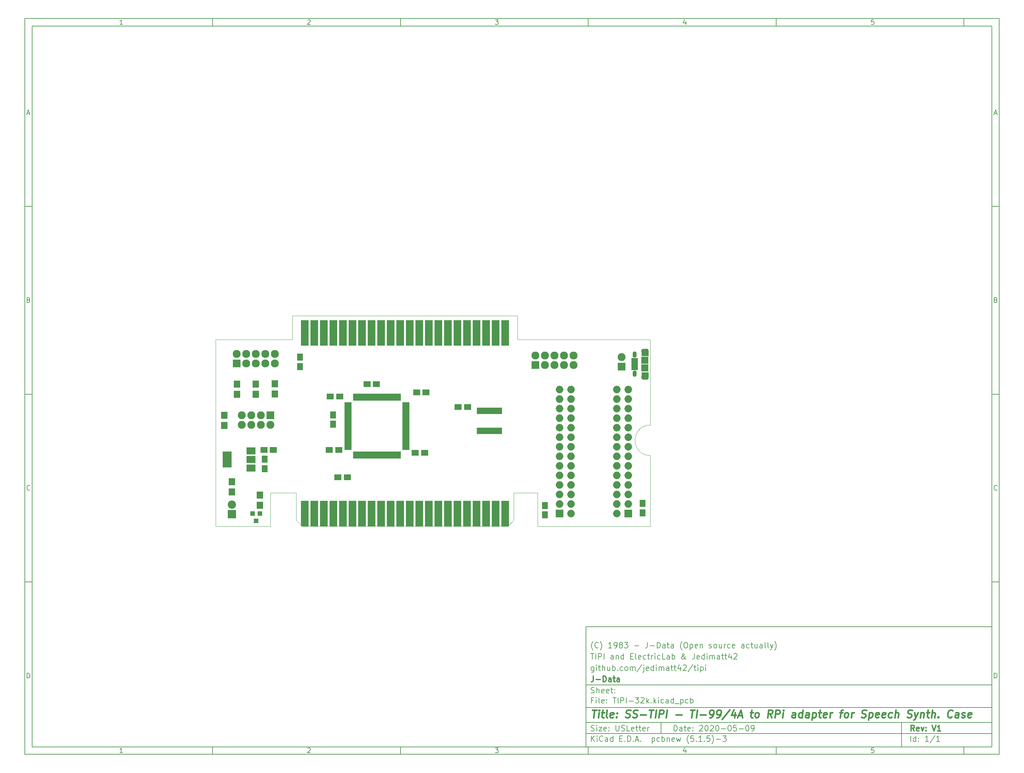
<source format=gbr>
G04 #@! TF.GenerationSoftware,KiCad,Pcbnew,(5.1.5)-3*
G04 #@! TF.CreationDate,2020-06-13T11:59:13-04:00*
G04 #@! TF.ProjectId,TIPI-32k,54495049-2d33-4326-9b2e-6b696361645f,V1*
G04 #@! TF.SameCoordinates,Original*
G04 #@! TF.FileFunction,Soldermask,Top*
G04 #@! TF.FilePolarity,Negative*
%FSLAX46Y46*%
G04 Gerber Fmt 4.6, Leading zero omitted, Abs format (unit mm)*
G04 Created by KiCad (PCBNEW (5.1.5)-3) date 2020-06-13 11:59:13*
%MOMM*%
%LPD*%
G04 APERTURE LIST*
%ADD10C,0.100000*%
%ADD11C,0.150000*%
%ADD12C,0.300000*%
%ADD13C,0.400000*%
G04 #@! TA.AperFunction,Profile*
%ADD14C,0.025400*%
G04 #@! TD*
%ADD15C,0.000100*%
%ADD16O,2.100000X2.100000*%
%ADD17R,2.100000X2.100000*%
%ADD18O,1.950000X1.175000*%
%ADD19R,1.950000X1.900000*%
%ADD20O,1.050000X1.700000*%
%ADD21R,1.750000X0.800000*%
%ADD22R,2.127200X2.127200*%
%ADD23O,2.127200X2.127200*%
%ADD24R,1.650000X1.900000*%
%ADD25O,2.000000X2.000000*%
%ADD26R,2.000000X2.000000*%
%ADD27R,2.076400X6.750000*%
%ADD28R,2.000200X6.750000*%
%ADD29R,2.000000X6.750000*%
%ADD30R,1.900000X0.700000*%
%ADD31R,0.700000X1.900000*%
%ADD32R,1.900000X1.650000*%
%ADD33R,2.200000X2.200000*%
%ADD34C,2.200000*%
%ADD35R,1.200000X1.300000*%
%ADD36R,1.700000X1.900000*%
%ADD37R,0.806400X1.670000*%
%ADD38R,2.400000X4.200000*%
%ADD39R,2.400000X1.900000*%
G04 APERTURE END LIST*
D10*
D11*
X159400000Y-171900000D02*
X159400000Y-203900000D01*
X267400000Y-203900000D01*
X267400000Y-171900000D01*
X159400000Y-171900000D01*
D10*
D11*
X10000000Y-10000000D02*
X10000000Y-205900000D01*
X269400000Y-205900000D01*
X269400000Y-10000000D01*
X10000000Y-10000000D01*
D10*
D11*
X12000000Y-12000000D02*
X12000000Y-203900000D01*
X267400000Y-203900000D01*
X267400000Y-12000000D01*
X12000000Y-12000000D01*
D10*
D11*
X60000000Y-12000000D02*
X60000000Y-10000000D01*
D10*
D11*
X110000000Y-12000000D02*
X110000000Y-10000000D01*
D10*
D11*
X160000000Y-12000000D02*
X160000000Y-10000000D01*
D10*
D11*
X210000000Y-12000000D02*
X210000000Y-10000000D01*
D10*
D11*
X260000000Y-12000000D02*
X260000000Y-10000000D01*
D10*
D11*
X36065476Y-11588095D02*
X35322619Y-11588095D01*
X35694047Y-11588095D02*
X35694047Y-10288095D01*
X35570238Y-10473809D01*
X35446428Y-10597619D01*
X35322619Y-10659523D01*
D10*
D11*
X85322619Y-10411904D02*
X85384523Y-10350000D01*
X85508333Y-10288095D01*
X85817857Y-10288095D01*
X85941666Y-10350000D01*
X86003571Y-10411904D01*
X86065476Y-10535714D01*
X86065476Y-10659523D01*
X86003571Y-10845238D01*
X85260714Y-11588095D01*
X86065476Y-11588095D01*
D10*
D11*
X135260714Y-10288095D02*
X136065476Y-10288095D01*
X135632142Y-10783333D01*
X135817857Y-10783333D01*
X135941666Y-10845238D01*
X136003571Y-10907142D01*
X136065476Y-11030952D01*
X136065476Y-11340476D01*
X136003571Y-11464285D01*
X135941666Y-11526190D01*
X135817857Y-11588095D01*
X135446428Y-11588095D01*
X135322619Y-11526190D01*
X135260714Y-11464285D01*
D10*
D11*
X185941666Y-10721428D02*
X185941666Y-11588095D01*
X185632142Y-10226190D02*
X185322619Y-11154761D01*
X186127380Y-11154761D01*
D10*
D11*
X236003571Y-10288095D02*
X235384523Y-10288095D01*
X235322619Y-10907142D01*
X235384523Y-10845238D01*
X235508333Y-10783333D01*
X235817857Y-10783333D01*
X235941666Y-10845238D01*
X236003571Y-10907142D01*
X236065476Y-11030952D01*
X236065476Y-11340476D01*
X236003571Y-11464285D01*
X235941666Y-11526190D01*
X235817857Y-11588095D01*
X235508333Y-11588095D01*
X235384523Y-11526190D01*
X235322619Y-11464285D01*
D10*
D11*
X60000000Y-203900000D02*
X60000000Y-205900000D01*
D10*
D11*
X110000000Y-203900000D02*
X110000000Y-205900000D01*
D10*
D11*
X160000000Y-203900000D02*
X160000000Y-205900000D01*
D10*
D11*
X210000000Y-203900000D02*
X210000000Y-205900000D01*
D10*
D11*
X260000000Y-203900000D02*
X260000000Y-205900000D01*
D10*
D11*
X36065476Y-205488095D02*
X35322619Y-205488095D01*
X35694047Y-205488095D02*
X35694047Y-204188095D01*
X35570238Y-204373809D01*
X35446428Y-204497619D01*
X35322619Y-204559523D01*
D10*
D11*
X85322619Y-204311904D02*
X85384523Y-204250000D01*
X85508333Y-204188095D01*
X85817857Y-204188095D01*
X85941666Y-204250000D01*
X86003571Y-204311904D01*
X86065476Y-204435714D01*
X86065476Y-204559523D01*
X86003571Y-204745238D01*
X85260714Y-205488095D01*
X86065476Y-205488095D01*
D10*
D11*
X135260714Y-204188095D02*
X136065476Y-204188095D01*
X135632142Y-204683333D01*
X135817857Y-204683333D01*
X135941666Y-204745238D01*
X136003571Y-204807142D01*
X136065476Y-204930952D01*
X136065476Y-205240476D01*
X136003571Y-205364285D01*
X135941666Y-205426190D01*
X135817857Y-205488095D01*
X135446428Y-205488095D01*
X135322619Y-205426190D01*
X135260714Y-205364285D01*
D10*
D11*
X185941666Y-204621428D02*
X185941666Y-205488095D01*
X185632142Y-204126190D02*
X185322619Y-205054761D01*
X186127380Y-205054761D01*
D10*
D11*
X236003571Y-204188095D02*
X235384523Y-204188095D01*
X235322619Y-204807142D01*
X235384523Y-204745238D01*
X235508333Y-204683333D01*
X235817857Y-204683333D01*
X235941666Y-204745238D01*
X236003571Y-204807142D01*
X236065476Y-204930952D01*
X236065476Y-205240476D01*
X236003571Y-205364285D01*
X235941666Y-205426190D01*
X235817857Y-205488095D01*
X235508333Y-205488095D01*
X235384523Y-205426190D01*
X235322619Y-205364285D01*
D10*
D11*
X10000000Y-60000000D02*
X12000000Y-60000000D01*
D10*
D11*
X10000000Y-110000000D02*
X12000000Y-110000000D01*
D10*
D11*
X10000000Y-160000000D02*
X12000000Y-160000000D01*
D10*
D11*
X10690476Y-35216666D02*
X11309523Y-35216666D01*
X10566666Y-35588095D02*
X11000000Y-34288095D01*
X11433333Y-35588095D01*
D10*
D11*
X11092857Y-84907142D02*
X11278571Y-84969047D01*
X11340476Y-85030952D01*
X11402380Y-85154761D01*
X11402380Y-85340476D01*
X11340476Y-85464285D01*
X11278571Y-85526190D01*
X11154761Y-85588095D01*
X10659523Y-85588095D01*
X10659523Y-84288095D01*
X11092857Y-84288095D01*
X11216666Y-84350000D01*
X11278571Y-84411904D01*
X11340476Y-84535714D01*
X11340476Y-84659523D01*
X11278571Y-84783333D01*
X11216666Y-84845238D01*
X11092857Y-84907142D01*
X10659523Y-84907142D01*
D10*
D11*
X11402380Y-135464285D02*
X11340476Y-135526190D01*
X11154761Y-135588095D01*
X11030952Y-135588095D01*
X10845238Y-135526190D01*
X10721428Y-135402380D01*
X10659523Y-135278571D01*
X10597619Y-135030952D01*
X10597619Y-134845238D01*
X10659523Y-134597619D01*
X10721428Y-134473809D01*
X10845238Y-134350000D01*
X11030952Y-134288095D01*
X11154761Y-134288095D01*
X11340476Y-134350000D01*
X11402380Y-134411904D01*
D10*
D11*
X10659523Y-185588095D02*
X10659523Y-184288095D01*
X10969047Y-184288095D01*
X11154761Y-184350000D01*
X11278571Y-184473809D01*
X11340476Y-184597619D01*
X11402380Y-184845238D01*
X11402380Y-185030952D01*
X11340476Y-185278571D01*
X11278571Y-185402380D01*
X11154761Y-185526190D01*
X10969047Y-185588095D01*
X10659523Y-185588095D01*
D10*
D11*
X269400000Y-60000000D02*
X267400000Y-60000000D01*
D10*
D11*
X269400000Y-110000000D02*
X267400000Y-110000000D01*
D10*
D11*
X269400000Y-160000000D02*
X267400000Y-160000000D01*
D10*
D11*
X268090476Y-35216666D02*
X268709523Y-35216666D01*
X267966666Y-35588095D02*
X268400000Y-34288095D01*
X268833333Y-35588095D01*
D10*
D11*
X268492857Y-84907142D02*
X268678571Y-84969047D01*
X268740476Y-85030952D01*
X268802380Y-85154761D01*
X268802380Y-85340476D01*
X268740476Y-85464285D01*
X268678571Y-85526190D01*
X268554761Y-85588095D01*
X268059523Y-85588095D01*
X268059523Y-84288095D01*
X268492857Y-84288095D01*
X268616666Y-84350000D01*
X268678571Y-84411904D01*
X268740476Y-84535714D01*
X268740476Y-84659523D01*
X268678571Y-84783333D01*
X268616666Y-84845238D01*
X268492857Y-84907142D01*
X268059523Y-84907142D01*
D10*
D11*
X268802380Y-135464285D02*
X268740476Y-135526190D01*
X268554761Y-135588095D01*
X268430952Y-135588095D01*
X268245238Y-135526190D01*
X268121428Y-135402380D01*
X268059523Y-135278571D01*
X267997619Y-135030952D01*
X267997619Y-134845238D01*
X268059523Y-134597619D01*
X268121428Y-134473809D01*
X268245238Y-134350000D01*
X268430952Y-134288095D01*
X268554761Y-134288095D01*
X268740476Y-134350000D01*
X268802380Y-134411904D01*
D10*
D11*
X268059523Y-185588095D02*
X268059523Y-184288095D01*
X268369047Y-184288095D01*
X268554761Y-184350000D01*
X268678571Y-184473809D01*
X268740476Y-184597619D01*
X268802380Y-184845238D01*
X268802380Y-185030952D01*
X268740476Y-185278571D01*
X268678571Y-185402380D01*
X268554761Y-185526190D01*
X268369047Y-185588095D01*
X268059523Y-185588095D01*
D10*
D11*
X182832142Y-199678571D02*
X182832142Y-198178571D01*
X183189285Y-198178571D01*
X183403571Y-198250000D01*
X183546428Y-198392857D01*
X183617857Y-198535714D01*
X183689285Y-198821428D01*
X183689285Y-199035714D01*
X183617857Y-199321428D01*
X183546428Y-199464285D01*
X183403571Y-199607142D01*
X183189285Y-199678571D01*
X182832142Y-199678571D01*
X184975000Y-199678571D02*
X184975000Y-198892857D01*
X184903571Y-198750000D01*
X184760714Y-198678571D01*
X184475000Y-198678571D01*
X184332142Y-198750000D01*
X184975000Y-199607142D02*
X184832142Y-199678571D01*
X184475000Y-199678571D01*
X184332142Y-199607142D01*
X184260714Y-199464285D01*
X184260714Y-199321428D01*
X184332142Y-199178571D01*
X184475000Y-199107142D01*
X184832142Y-199107142D01*
X184975000Y-199035714D01*
X185475000Y-198678571D02*
X186046428Y-198678571D01*
X185689285Y-198178571D02*
X185689285Y-199464285D01*
X185760714Y-199607142D01*
X185903571Y-199678571D01*
X186046428Y-199678571D01*
X187117857Y-199607142D02*
X186975000Y-199678571D01*
X186689285Y-199678571D01*
X186546428Y-199607142D01*
X186475000Y-199464285D01*
X186475000Y-198892857D01*
X186546428Y-198750000D01*
X186689285Y-198678571D01*
X186975000Y-198678571D01*
X187117857Y-198750000D01*
X187189285Y-198892857D01*
X187189285Y-199035714D01*
X186475000Y-199178571D01*
X187832142Y-199535714D02*
X187903571Y-199607142D01*
X187832142Y-199678571D01*
X187760714Y-199607142D01*
X187832142Y-199535714D01*
X187832142Y-199678571D01*
X187832142Y-198750000D02*
X187903571Y-198821428D01*
X187832142Y-198892857D01*
X187760714Y-198821428D01*
X187832142Y-198750000D01*
X187832142Y-198892857D01*
X189617857Y-198321428D02*
X189689285Y-198250000D01*
X189832142Y-198178571D01*
X190189285Y-198178571D01*
X190332142Y-198250000D01*
X190403571Y-198321428D01*
X190475000Y-198464285D01*
X190475000Y-198607142D01*
X190403571Y-198821428D01*
X189546428Y-199678571D01*
X190475000Y-199678571D01*
X191403571Y-198178571D02*
X191546428Y-198178571D01*
X191689285Y-198250000D01*
X191760714Y-198321428D01*
X191832142Y-198464285D01*
X191903571Y-198750000D01*
X191903571Y-199107142D01*
X191832142Y-199392857D01*
X191760714Y-199535714D01*
X191689285Y-199607142D01*
X191546428Y-199678571D01*
X191403571Y-199678571D01*
X191260714Y-199607142D01*
X191189285Y-199535714D01*
X191117857Y-199392857D01*
X191046428Y-199107142D01*
X191046428Y-198750000D01*
X191117857Y-198464285D01*
X191189285Y-198321428D01*
X191260714Y-198250000D01*
X191403571Y-198178571D01*
X192475000Y-198321428D02*
X192546428Y-198250000D01*
X192689285Y-198178571D01*
X193046428Y-198178571D01*
X193189285Y-198250000D01*
X193260714Y-198321428D01*
X193332142Y-198464285D01*
X193332142Y-198607142D01*
X193260714Y-198821428D01*
X192403571Y-199678571D01*
X193332142Y-199678571D01*
X194260714Y-198178571D02*
X194403571Y-198178571D01*
X194546428Y-198250000D01*
X194617857Y-198321428D01*
X194689285Y-198464285D01*
X194760714Y-198750000D01*
X194760714Y-199107142D01*
X194689285Y-199392857D01*
X194617857Y-199535714D01*
X194546428Y-199607142D01*
X194403571Y-199678571D01*
X194260714Y-199678571D01*
X194117857Y-199607142D01*
X194046428Y-199535714D01*
X193975000Y-199392857D01*
X193903571Y-199107142D01*
X193903571Y-198750000D01*
X193975000Y-198464285D01*
X194046428Y-198321428D01*
X194117857Y-198250000D01*
X194260714Y-198178571D01*
X195403571Y-199107142D02*
X196546428Y-199107142D01*
X197546428Y-198178571D02*
X197689285Y-198178571D01*
X197832142Y-198250000D01*
X197903571Y-198321428D01*
X197975000Y-198464285D01*
X198046428Y-198750000D01*
X198046428Y-199107142D01*
X197975000Y-199392857D01*
X197903571Y-199535714D01*
X197832142Y-199607142D01*
X197689285Y-199678571D01*
X197546428Y-199678571D01*
X197403571Y-199607142D01*
X197332142Y-199535714D01*
X197260714Y-199392857D01*
X197189285Y-199107142D01*
X197189285Y-198750000D01*
X197260714Y-198464285D01*
X197332142Y-198321428D01*
X197403571Y-198250000D01*
X197546428Y-198178571D01*
X199403571Y-198178571D02*
X198689285Y-198178571D01*
X198617857Y-198892857D01*
X198689285Y-198821428D01*
X198832142Y-198750000D01*
X199189285Y-198750000D01*
X199332142Y-198821428D01*
X199403571Y-198892857D01*
X199475000Y-199035714D01*
X199475000Y-199392857D01*
X199403571Y-199535714D01*
X199332142Y-199607142D01*
X199189285Y-199678571D01*
X198832142Y-199678571D01*
X198689285Y-199607142D01*
X198617857Y-199535714D01*
X200117857Y-199107142D02*
X201260714Y-199107142D01*
X202260714Y-198178571D02*
X202403571Y-198178571D01*
X202546428Y-198250000D01*
X202617857Y-198321428D01*
X202689285Y-198464285D01*
X202760714Y-198750000D01*
X202760714Y-199107142D01*
X202689285Y-199392857D01*
X202617857Y-199535714D01*
X202546428Y-199607142D01*
X202403571Y-199678571D01*
X202260714Y-199678571D01*
X202117857Y-199607142D01*
X202046428Y-199535714D01*
X201975000Y-199392857D01*
X201903571Y-199107142D01*
X201903571Y-198750000D01*
X201975000Y-198464285D01*
X202046428Y-198321428D01*
X202117857Y-198250000D01*
X202260714Y-198178571D01*
X203475000Y-199678571D02*
X203760714Y-199678571D01*
X203903571Y-199607142D01*
X203975000Y-199535714D01*
X204117857Y-199321428D01*
X204189285Y-199035714D01*
X204189285Y-198464285D01*
X204117857Y-198321428D01*
X204046428Y-198250000D01*
X203903571Y-198178571D01*
X203617857Y-198178571D01*
X203475000Y-198250000D01*
X203403571Y-198321428D01*
X203332142Y-198464285D01*
X203332142Y-198821428D01*
X203403571Y-198964285D01*
X203475000Y-199035714D01*
X203617857Y-199107142D01*
X203903571Y-199107142D01*
X204046428Y-199035714D01*
X204117857Y-198964285D01*
X204189285Y-198821428D01*
D10*
D11*
X159400000Y-200400000D02*
X267400000Y-200400000D01*
D10*
D11*
X160832142Y-202478571D02*
X160832142Y-200978571D01*
X161689285Y-202478571D02*
X161046428Y-201621428D01*
X161689285Y-200978571D02*
X160832142Y-201835714D01*
X162332142Y-202478571D02*
X162332142Y-201478571D01*
X162332142Y-200978571D02*
X162260714Y-201050000D01*
X162332142Y-201121428D01*
X162403571Y-201050000D01*
X162332142Y-200978571D01*
X162332142Y-201121428D01*
X163903571Y-202335714D02*
X163832142Y-202407142D01*
X163617857Y-202478571D01*
X163475000Y-202478571D01*
X163260714Y-202407142D01*
X163117857Y-202264285D01*
X163046428Y-202121428D01*
X162975000Y-201835714D01*
X162975000Y-201621428D01*
X163046428Y-201335714D01*
X163117857Y-201192857D01*
X163260714Y-201050000D01*
X163475000Y-200978571D01*
X163617857Y-200978571D01*
X163832142Y-201050000D01*
X163903571Y-201121428D01*
X165189285Y-202478571D02*
X165189285Y-201692857D01*
X165117857Y-201550000D01*
X164975000Y-201478571D01*
X164689285Y-201478571D01*
X164546428Y-201550000D01*
X165189285Y-202407142D02*
X165046428Y-202478571D01*
X164689285Y-202478571D01*
X164546428Y-202407142D01*
X164475000Y-202264285D01*
X164475000Y-202121428D01*
X164546428Y-201978571D01*
X164689285Y-201907142D01*
X165046428Y-201907142D01*
X165189285Y-201835714D01*
X166546428Y-202478571D02*
X166546428Y-200978571D01*
X166546428Y-202407142D02*
X166403571Y-202478571D01*
X166117857Y-202478571D01*
X165975000Y-202407142D01*
X165903571Y-202335714D01*
X165832142Y-202192857D01*
X165832142Y-201764285D01*
X165903571Y-201621428D01*
X165975000Y-201550000D01*
X166117857Y-201478571D01*
X166403571Y-201478571D01*
X166546428Y-201550000D01*
X168403571Y-201692857D02*
X168903571Y-201692857D01*
X169117857Y-202478571D02*
X168403571Y-202478571D01*
X168403571Y-200978571D01*
X169117857Y-200978571D01*
X169760714Y-202335714D02*
X169832142Y-202407142D01*
X169760714Y-202478571D01*
X169689285Y-202407142D01*
X169760714Y-202335714D01*
X169760714Y-202478571D01*
X170475000Y-202478571D02*
X170475000Y-200978571D01*
X170832142Y-200978571D01*
X171046428Y-201050000D01*
X171189285Y-201192857D01*
X171260714Y-201335714D01*
X171332142Y-201621428D01*
X171332142Y-201835714D01*
X171260714Y-202121428D01*
X171189285Y-202264285D01*
X171046428Y-202407142D01*
X170832142Y-202478571D01*
X170475000Y-202478571D01*
X171975000Y-202335714D02*
X172046428Y-202407142D01*
X171975000Y-202478571D01*
X171903571Y-202407142D01*
X171975000Y-202335714D01*
X171975000Y-202478571D01*
X172617857Y-202050000D02*
X173332142Y-202050000D01*
X172475000Y-202478571D02*
X172975000Y-200978571D01*
X173475000Y-202478571D01*
X173975000Y-202335714D02*
X174046428Y-202407142D01*
X173975000Y-202478571D01*
X173903571Y-202407142D01*
X173975000Y-202335714D01*
X173975000Y-202478571D01*
X176975000Y-201478571D02*
X176975000Y-202978571D01*
X176975000Y-201550000D02*
X177117857Y-201478571D01*
X177403571Y-201478571D01*
X177546428Y-201550000D01*
X177617857Y-201621428D01*
X177689285Y-201764285D01*
X177689285Y-202192857D01*
X177617857Y-202335714D01*
X177546428Y-202407142D01*
X177403571Y-202478571D01*
X177117857Y-202478571D01*
X176975000Y-202407142D01*
X178975000Y-202407142D02*
X178832142Y-202478571D01*
X178546428Y-202478571D01*
X178403571Y-202407142D01*
X178332142Y-202335714D01*
X178260714Y-202192857D01*
X178260714Y-201764285D01*
X178332142Y-201621428D01*
X178403571Y-201550000D01*
X178546428Y-201478571D01*
X178832142Y-201478571D01*
X178975000Y-201550000D01*
X179617857Y-202478571D02*
X179617857Y-200978571D01*
X179617857Y-201550000D02*
X179760714Y-201478571D01*
X180046428Y-201478571D01*
X180189285Y-201550000D01*
X180260714Y-201621428D01*
X180332142Y-201764285D01*
X180332142Y-202192857D01*
X180260714Y-202335714D01*
X180189285Y-202407142D01*
X180046428Y-202478571D01*
X179760714Y-202478571D01*
X179617857Y-202407142D01*
X180975000Y-201478571D02*
X180975000Y-202478571D01*
X180975000Y-201621428D02*
X181046428Y-201550000D01*
X181189285Y-201478571D01*
X181403571Y-201478571D01*
X181546428Y-201550000D01*
X181617857Y-201692857D01*
X181617857Y-202478571D01*
X182903571Y-202407142D02*
X182760714Y-202478571D01*
X182475000Y-202478571D01*
X182332142Y-202407142D01*
X182260714Y-202264285D01*
X182260714Y-201692857D01*
X182332142Y-201550000D01*
X182475000Y-201478571D01*
X182760714Y-201478571D01*
X182903571Y-201550000D01*
X182975000Y-201692857D01*
X182975000Y-201835714D01*
X182260714Y-201978571D01*
X183475000Y-201478571D02*
X183760714Y-202478571D01*
X184046428Y-201764285D01*
X184332142Y-202478571D01*
X184617857Y-201478571D01*
X186760714Y-203050000D02*
X186689285Y-202978571D01*
X186546428Y-202764285D01*
X186475000Y-202621428D01*
X186403571Y-202407142D01*
X186332142Y-202050000D01*
X186332142Y-201764285D01*
X186403571Y-201407142D01*
X186475000Y-201192857D01*
X186546428Y-201050000D01*
X186689285Y-200835714D01*
X186760714Y-200764285D01*
X188046428Y-200978571D02*
X187332142Y-200978571D01*
X187260714Y-201692857D01*
X187332142Y-201621428D01*
X187475000Y-201550000D01*
X187832142Y-201550000D01*
X187975000Y-201621428D01*
X188046428Y-201692857D01*
X188117857Y-201835714D01*
X188117857Y-202192857D01*
X188046428Y-202335714D01*
X187975000Y-202407142D01*
X187832142Y-202478571D01*
X187475000Y-202478571D01*
X187332142Y-202407142D01*
X187260714Y-202335714D01*
X188760714Y-202335714D02*
X188832142Y-202407142D01*
X188760714Y-202478571D01*
X188689285Y-202407142D01*
X188760714Y-202335714D01*
X188760714Y-202478571D01*
X190260714Y-202478571D02*
X189403571Y-202478571D01*
X189832142Y-202478571D02*
X189832142Y-200978571D01*
X189689285Y-201192857D01*
X189546428Y-201335714D01*
X189403571Y-201407142D01*
X190903571Y-202335714D02*
X190975000Y-202407142D01*
X190903571Y-202478571D01*
X190832142Y-202407142D01*
X190903571Y-202335714D01*
X190903571Y-202478571D01*
X192332142Y-200978571D02*
X191617857Y-200978571D01*
X191546428Y-201692857D01*
X191617857Y-201621428D01*
X191760714Y-201550000D01*
X192117857Y-201550000D01*
X192260714Y-201621428D01*
X192332142Y-201692857D01*
X192403571Y-201835714D01*
X192403571Y-202192857D01*
X192332142Y-202335714D01*
X192260714Y-202407142D01*
X192117857Y-202478571D01*
X191760714Y-202478571D01*
X191617857Y-202407142D01*
X191546428Y-202335714D01*
X192903571Y-203050000D02*
X192975000Y-202978571D01*
X193117857Y-202764285D01*
X193189285Y-202621428D01*
X193260714Y-202407142D01*
X193332142Y-202050000D01*
X193332142Y-201764285D01*
X193260714Y-201407142D01*
X193189285Y-201192857D01*
X193117857Y-201050000D01*
X192975000Y-200835714D01*
X192903571Y-200764285D01*
X194046428Y-201907142D02*
X195189285Y-201907142D01*
X195760714Y-200978571D02*
X196689285Y-200978571D01*
X196189285Y-201550000D01*
X196403571Y-201550000D01*
X196546428Y-201621428D01*
X196617857Y-201692857D01*
X196689285Y-201835714D01*
X196689285Y-202192857D01*
X196617857Y-202335714D01*
X196546428Y-202407142D01*
X196403571Y-202478571D01*
X195975000Y-202478571D01*
X195832142Y-202407142D01*
X195760714Y-202335714D01*
D10*
D11*
X159400000Y-197400000D02*
X267400000Y-197400000D01*
D10*
D12*
X246809285Y-199678571D02*
X246309285Y-198964285D01*
X245952142Y-199678571D02*
X245952142Y-198178571D01*
X246523571Y-198178571D01*
X246666428Y-198250000D01*
X246737857Y-198321428D01*
X246809285Y-198464285D01*
X246809285Y-198678571D01*
X246737857Y-198821428D01*
X246666428Y-198892857D01*
X246523571Y-198964285D01*
X245952142Y-198964285D01*
X248023571Y-199607142D02*
X247880714Y-199678571D01*
X247595000Y-199678571D01*
X247452142Y-199607142D01*
X247380714Y-199464285D01*
X247380714Y-198892857D01*
X247452142Y-198750000D01*
X247595000Y-198678571D01*
X247880714Y-198678571D01*
X248023571Y-198750000D01*
X248095000Y-198892857D01*
X248095000Y-199035714D01*
X247380714Y-199178571D01*
X248595000Y-198678571D02*
X248952142Y-199678571D01*
X249309285Y-198678571D01*
X249880714Y-199535714D02*
X249952142Y-199607142D01*
X249880714Y-199678571D01*
X249809285Y-199607142D01*
X249880714Y-199535714D01*
X249880714Y-199678571D01*
X249880714Y-198750000D02*
X249952142Y-198821428D01*
X249880714Y-198892857D01*
X249809285Y-198821428D01*
X249880714Y-198750000D01*
X249880714Y-198892857D01*
X251523571Y-198178571D02*
X252023571Y-199678571D01*
X252523571Y-198178571D01*
X253809285Y-199678571D02*
X252952142Y-199678571D01*
X253380714Y-199678571D02*
X253380714Y-198178571D01*
X253237857Y-198392857D01*
X253095000Y-198535714D01*
X252952142Y-198607142D01*
D10*
D11*
X160760714Y-199607142D02*
X160975000Y-199678571D01*
X161332142Y-199678571D01*
X161475000Y-199607142D01*
X161546428Y-199535714D01*
X161617857Y-199392857D01*
X161617857Y-199250000D01*
X161546428Y-199107142D01*
X161475000Y-199035714D01*
X161332142Y-198964285D01*
X161046428Y-198892857D01*
X160903571Y-198821428D01*
X160832142Y-198750000D01*
X160760714Y-198607142D01*
X160760714Y-198464285D01*
X160832142Y-198321428D01*
X160903571Y-198250000D01*
X161046428Y-198178571D01*
X161403571Y-198178571D01*
X161617857Y-198250000D01*
X162260714Y-199678571D02*
X162260714Y-198678571D01*
X162260714Y-198178571D02*
X162189285Y-198250000D01*
X162260714Y-198321428D01*
X162332142Y-198250000D01*
X162260714Y-198178571D01*
X162260714Y-198321428D01*
X162832142Y-198678571D02*
X163617857Y-198678571D01*
X162832142Y-199678571D01*
X163617857Y-199678571D01*
X164760714Y-199607142D02*
X164617857Y-199678571D01*
X164332142Y-199678571D01*
X164189285Y-199607142D01*
X164117857Y-199464285D01*
X164117857Y-198892857D01*
X164189285Y-198750000D01*
X164332142Y-198678571D01*
X164617857Y-198678571D01*
X164760714Y-198750000D01*
X164832142Y-198892857D01*
X164832142Y-199035714D01*
X164117857Y-199178571D01*
X165475000Y-199535714D02*
X165546428Y-199607142D01*
X165475000Y-199678571D01*
X165403571Y-199607142D01*
X165475000Y-199535714D01*
X165475000Y-199678571D01*
X165475000Y-198750000D02*
X165546428Y-198821428D01*
X165475000Y-198892857D01*
X165403571Y-198821428D01*
X165475000Y-198750000D01*
X165475000Y-198892857D01*
X167332142Y-198178571D02*
X167332142Y-199392857D01*
X167403571Y-199535714D01*
X167475000Y-199607142D01*
X167617857Y-199678571D01*
X167903571Y-199678571D01*
X168046428Y-199607142D01*
X168117857Y-199535714D01*
X168189285Y-199392857D01*
X168189285Y-198178571D01*
X168832142Y-199607142D02*
X169046428Y-199678571D01*
X169403571Y-199678571D01*
X169546428Y-199607142D01*
X169617857Y-199535714D01*
X169689285Y-199392857D01*
X169689285Y-199250000D01*
X169617857Y-199107142D01*
X169546428Y-199035714D01*
X169403571Y-198964285D01*
X169117857Y-198892857D01*
X168975000Y-198821428D01*
X168903571Y-198750000D01*
X168832142Y-198607142D01*
X168832142Y-198464285D01*
X168903571Y-198321428D01*
X168975000Y-198250000D01*
X169117857Y-198178571D01*
X169475000Y-198178571D01*
X169689285Y-198250000D01*
X171046428Y-199678571D02*
X170332142Y-199678571D01*
X170332142Y-198178571D01*
X172117857Y-199607142D02*
X171975000Y-199678571D01*
X171689285Y-199678571D01*
X171546428Y-199607142D01*
X171475000Y-199464285D01*
X171475000Y-198892857D01*
X171546428Y-198750000D01*
X171689285Y-198678571D01*
X171975000Y-198678571D01*
X172117857Y-198750000D01*
X172189285Y-198892857D01*
X172189285Y-199035714D01*
X171475000Y-199178571D01*
X172617857Y-198678571D02*
X173189285Y-198678571D01*
X172832142Y-198178571D02*
X172832142Y-199464285D01*
X172903571Y-199607142D01*
X173046428Y-199678571D01*
X173189285Y-199678571D01*
X173475000Y-198678571D02*
X174046428Y-198678571D01*
X173689285Y-198178571D02*
X173689285Y-199464285D01*
X173760714Y-199607142D01*
X173903571Y-199678571D01*
X174046428Y-199678571D01*
X175117857Y-199607142D02*
X174975000Y-199678571D01*
X174689285Y-199678571D01*
X174546428Y-199607142D01*
X174475000Y-199464285D01*
X174475000Y-198892857D01*
X174546428Y-198750000D01*
X174689285Y-198678571D01*
X174975000Y-198678571D01*
X175117857Y-198750000D01*
X175189285Y-198892857D01*
X175189285Y-199035714D01*
X174475000Y-199178571D01*
X175832142Y-199678571D02*
X175832142Y-198678571D01*
X175832142Y-198964285D02*
X175903571Y-198821428D01*
X175975000Y-198750000D01*
X176117857Y-198678571D01*
X176260714Y-198678571D01*
D10*
D11*
X245832142Y-202478571D02*
X245832142Y-200978571D01*
X247189285Y-202478571D02*
X247189285Y-200978571D01*
X247189285Y-202407142D02*
X247046428Y-202478571D01*
X246760714Y-202478571D01*
X246617857Y-202407142D01*
X246546428Y-202335714D01*
X246475000Y-202192857D01*
X246475000Y-201764285D01*
X246546428Y-201621428D01*
X246617857Y-201550000D01*
X246760714Y-201478571D01*
X247046428Y-201478571D01*
X247189285Y-201550000D01*
X247903571Y-202335714D02*
X247975000Y-202407142D01*
X247903571Y-202478571D01*
X247832142Y-202407142D01*
X247903571Y-202335714D01*
X247903571Y-202478571D01*
X247903571Y-201550000D02*
X247975000Y-201621428D01*
X247903571Y-201692857D01*
X247832142Y-201621428D01*
X247903571Y-201550000D01*
X247903571Y-201692857D01*
X250546428Y-202478571D02*
X249689285Y-202478571D01*
X250117857Y-202478571D02*
X250117857Y-200978571D01*
X249975000Y-201192857D01*
X249832142Y-201335714D01*
X249689285Y-201407142D01*
X252260714Y-200907142D02*
X250975000Y-202835714D01*
X253546428Y-202478571D02*
X252689285Y-202478571D01*
X253117857Y-202478571D02*
X253117857Y-200978571D01*
X252975000Y-201192857D01*
X252832142Y-201335714D01*
X252689285Y-201407142D01*
D10*
D11*
X159400000Y-193400000D02*
X267400000Y-193400000D01*
D10*
D13*
X161112380Y-194104761D02*
X162255238Y-194104761D01*
X161433809Y-196104761D02*
X161683809Y-194104761D01*
X162671904Y-196104761D02*
X162838571Y-194771428D01*
X162921904Y-194104761D02*
X162814761Y-194200000D01*
X162898095Y-194295238D01*
X163005238Y-194200000D01*
X162921904Y-194104761D01*
X162898095Y-194295238D01*
X163505238Y-194771428D02*
X164267142Y-194771428D01*
X163874285Y-194104761D02*
X163660000Y-195819047D01*
X163731428Y-196009523D01*
X163910000Y-196104761D01*
X164100476Y-196104761D01*
X165052857Y-196104761D02*
X164874285Y-196009523D01*
X164802857Y-195819047D01*
X165017142Y-194104761D01*
X166588571Y-196009523D02*
X166386190Y-196104761D01*
X166005238Y-196104761D01*
X165826666Y-196009523D01*
X165755238Y-195819047D01*
X165850476Y-195057142D01*
X165969523Y-194866666D01*
X166171904Y-194771428D01*
X166552857Y-194771428D01*
X166731428Y-194866666D01*
X166802857Y-195057142D01*
X166779047Y-195247619D01*
X165802857Y-195438095D01*
X167552857Y-195914285D02*
X167636190Y-196009523D01*
X167529047Y-196104761D01*
X167445714Y-196009523D01*
X167552857Y-195914285D01*
X167529047Y-196104761D01*
X167683809Y-194866666D02*
X167767142Y-194961904D01*
X167660000Y-195057142D01*
X167576666Y-194961904D01*
X167683809Y-194866666D01*
X167660000Y-195057142D01*
X169921904Y-196009523D02*
X170195714Y-196104761D01*
X170671904Y-196104761D01*
X170874285Y-196009523D01*
X170981428Y-195914285D01*
X171100476Y-195723809D01*
X171124285Y-195533333D01*
X171052857Y-195342857D01*
X170969523Y-195247619D01*
X170790952Y-195152380D01*
X170421904Y-195057142D01*
X170243333Y-194961904D01*
X170160000Y-194866666D01*
X170088571Y-194676190D01*
X170112380Y-194485714D01*
X170231428Y-194295238D01*
X170338571Y-194200000D01*
X170540952Y-194104761D01*
X171017142Y-194104761D01*
X171290952Y-194200000D01*
X171826666Y-196009523D02*
X172100476Y-196104761D01*
X172576666Y-196104761D01*
X172779047Y-196009523D01*
X172886190Y-195914285D01*
X173005238Y-195723809D01*
X173029047Y-195533333D01*
X172957619Y-195342857D01*
X172874285Y-195247619D01*
X172695714Y-195152380D01*
X172326666Y-195057142D01*
X172148095Y-194961904D01*
X172064761Y-194866666D01*
X171993333Y-194676190D01*
X172017142Y-194485714D01*
X172136190Y-194295238D01*
X172243333Y-194200000D01*
X172445714Y-194104761D01*
X172921904Y-194104761D01*
X173195714Y-194200000D01*
X173910000Y-195342857D02*
X175433809Y-195342857D01*
X176255238Y-194104761D02*
X177398095Y-194104761D01*
X176576666Y-196104761D02*
X176826666Y-194104761D01*
X177814761Y-196104761D02*
X178064761Y-194104761D01*
X178767142Y-196104761D02*
X179017142Y-194104761D01*
X179779047Y-194104761D01*
X179957619Y-194200000D01*
X180040952Y-194295238D01*
X180112380Y-194485714D01*
X180076666Y-194771428D01*
X179957619Y-194961904D01*
X179850476Y-195057142D01*
X179648095Y-195152380D01*
X178886190Y-195152380D01*
X180767142Y-196104761D02*
X181017142Y-194104761D01*
X183338571Y-195342857D02*
X184862380Y-195342857D01*
X187207619Y-194104761D02*
X188350476Y-194104761D01*
X187529047Y-196104761D02*
X187779047Y-194104761D01*
X188767142Y-196104761D02*
X189017142Y-194104761D01*
X189814761Y-195342857D02*
X191338571Y-195342857D01*
X192290952Y-196104761D02*
X192671904Y-196104761D01*
X192874285Y-196009523D01*
X192981428Y-195914285D01*
X193207619Y-195628571D01*
X193350476Y-195247619D01*
X193445714Y-194485714D01*
X193374285Y-194295238D01*
X193290952Y-194200000D01*
X193112380Y-194104761D01*
X192731428Y-194104761D01*
X192529047Y-194200000D01*
X192421904Y-194295238D01*
X192302857Y-194485714D01*
X192243333Y-194961904D01*
X192314761Y-195152380D01*
X192398095Y-195247619D01*
X192576666Y-195342857D01*
X192957619Y-195342857D01*
X193160000Y-195247619D01*
X193267142Y-195152380D01*
X193386190Y-194961904D01*
X194195714Y-196104761D02*
X194576666Y-196104761D01*
X194779047Y-196009523D01*
X194886190Y-195914285D01*
X195112380Y-195628571D01*
X195255238Y-195247619D01*
X195350476Y-194485714D01*
X195279047Y-194295238D01*
X195195714Y-194200000D01*
X195017142Y-194104761D01*
X194636190Y-194104761D01*
X194433809Y-194200000D01*
X194326666Y-194295238D01*
X194207619Y-194485714D01*
X194148095Y-194961904D01*
X194219523Y-195152380D01*
X194302857Y-195247619D01*
X194481428Y-195342857D01*
X194862380Y-195342857D01*
X195064761Y-195247619D01*
X195171904Y-195152380D01*
X195290952Y-194961904D01*
X197695714Y-194009523D02*
X195660000Y-196580952D01*
X199124285Y-194771428D02*
X198957619Y-196104761D01*
X198743333Y-194009523D02*
X198088571Y-195438095D01*
X199326666Y-195438095D01*
X199981428Y-195533333D02*
X200933809Y-195533333D01*
X199719523Y-196104761D02*
X200636190Y-194104761D01*
X201052857Y-196104761D01*
X203124285Y-194771428D02*
X203886190Y-194771428D01*
X203493333Y-194104761D02*
X203279047Y-195819047D01*
X203350476Y-196009523D01*
X203529047Y-196104761D01*
X203719523Y-196104761D01*
X204671904Y-196104761D02*
X204493333Y-196009523D01*
X204410000Y-195914285D01*
X204338571Y-195723809D01*
X204410000Y-195152380D01*
X204529047Y-194961904D01*
X204636190Y-194866666D01*
X204838571Y-194771428D01*
X205124285Y-194771428D01*
X205302857Y-194866666D01*
X205386190Y-194961904D01*
X205457619Y-195152380D01*
X205386190Y-195723809D01*
X205267142Y-195914285D01*
X205160000Y-196009523D01*
X204957619Y-196104761D01*
X204671904Y-196104761D01*
X208862380Y-196104761D02*
X208314761Y-195152380D01*
X207719523Y-196104761D02*
X207969523Y-194104761D01*
X208731428Y-194104761D01*
X208910000Y-194200000D01*
X208993333Y-194295238D01*
X209064761Y-194485714D01*
X209029047Y-194771428D01*
X208910000Y-194961904D01*
X208802857Y-195057142D01*
X208600476Y-195152380D01*
X207838571Y-195152380D01*
X209719523Y-196104761D02*
X209969523Y-194104761D01*
X210731428Y-194104761D01*
X210910000Y-194200000D01*
X210993333Y-194295238D01*
X211064761Y-194485714D01*
X211029047Y-194771428D01*
X210910000Y-194961904D01*
X210802857Y-195057142D01*
X210600476Y-195152380D01*
X209838571Y-195152380D01*
X211719523Y-196104761D02*
X211886190Y-194771428D01*
X211969523Y-194104761D02*
X211862380Y-194200000D01*
X211945714Y-194295238D01*
X212052857Y-194200000D01*
X211969523Y-194104761D01*
X211945714Y-194295238D01*
X215052857Y-196104761D02*
X215183809Y-195057142D01*
X215112380Y-194866666D01*
X214933809Y-194771428D01*
X214552857Y-194771428D01*
X214350476Y-194866666D01*
X215064761Y-196009523D02*
X214862380Y-196104761D01*
X214386190Y-196104761D01*
X214207619Y-196009523D01*
X214136190Y-195819047D01*
X214160000Y-195628571D01*
X214279047Y-195438095D01*
X214481428Y-195342857D01*
X214957619Y-195342857D01*
X215160000Y-195247619D01*
X216862380Y-196104761D02*
X217112380Y-194104761D01*
X216874285Y-196009523D02*
X216671904Y-196104761D01*
X216290952Y-196104761D01*
X216112380Y-196009523D01*
X216029047Y-195914285D01*
X215957619Y-195723809D01*
X216029047Y-195152380D01*
X216148095Y-194961904D01*
X216255238Y-194866666D01*
X216457619Y-194771428D01*
X216838571Y-194771428D01*
X217017142Y-194866666D01*
X218671904Y-196104761D02*
X218802857Y-195057142D01*
X218731428Y-194866666D01*
X218552857Y-194771428D01*
X218171904Y-194771428D01*
X217969523Y-194866666D01*
X218683809Y-196009523D02*
X218481428Y-196104761D01*
X218005238Y-196104761D01*
X217826666Y-196009523D01*
X217755238Y-195819047D01*
X217779047Y-195628571D01*
X217898095Y-195438095D01*
X218100476Y-195342857D01*
X218576666Y-195342857D01*
X218779047Y-195247619D01*
X219790952Y-194771428D02*
X219540952Y-196771428D01*
X219779047Y-194866666D02*
X219981428Y-194771428D01*
X220362380Y-194771428D01*
X220540952Y-194866666D01*
X220624285Y-194961904D01*
X220695714Y-195152380D01*
X220624285Y-195723809D01*
X220505238Y-195914285D01*
X220398095Y-196009523D01*
X220195714Y-196104761D01*
X219814761Y-196104761D01*
X219636190Y-196009523D01*
X221314761Y-194771428D02*
X222076666Y-194771428D01*
X221683809Y-194104761D02*
X221469523Y-195819047D01*
X221540952Y-196009523D01*
X221719523Y-196104761D01*
X221909999Y-196104761D01*
X223350476Y-196009523D02*
X223148095Y-196104761D01*
X222767142Y-196104761D01*
X222588571Y-196009523D01*
X222517142Y-195819047D01*
X222612380Y-195057142D01*
X222731428Y-194866666D01*
X222933809Y-194771428D01*
X223314761Y-194771428D01*
X223493333Y-194866666D01*
X223564761Y-195057142D01*
X223540952Y-195247619D01*
X222564761Y-195438095D01*
X224290952Y-196104761D02*
X224457619Y-194771428D01*
X224409999Y-195152380D02*
X224529047Y-194961904D01*
X224636190Y-194866666D01*
X224838571Y-194771428D01*
X225029047Y-194771428D01*
X226933809Y-194771428D02*
X227695714Y-194771428D01*
X227052857Y-196104761D02*
X227267142Y-194390476D01*
X227386190Y-194200000D01*
X227588571Y-194104761D01*
X227779047Y-194104761D01*
X228481428Y-196104761D02*
X228302857Y-196009523D01*
X228219523Y-195914285D01*
X228148095Y-195723809D01*
X228219523Y-195152380D01*
X228338571Y-194961904D01*
X228445714Y-194866666D01*
X228648095Y-194771428D01*
X228933809Y-194771428D01*
X229112380Y-194866666D01*
X229195714Y-194961904D01*
X229267142Y-195152380D01*
X229195714Y-195723809D01*
X229076666Y-195914285D01*
X228969523Y-196009523D01*
X228767142Y-196104761D01*
X228481428Y-196104761D01*
X230005238Y-196104761D02*
X230171904Y-194771428D01*
X230124285Y-195152380D02*
X230243333Y-194961904D01*
X230350476Y-194866666D01*
X230552857Y-194771428D01*
X230743333Y-194771428D01*
X232683809Y-196009523D02*
X232957619Y-196104761D01*
X233433809Y-196104761D01*
X233636190Y-196009523D01*
X233743333Y-195914285D01*
X233862380Y-195723809D01*
X233886190Y-195533333D01*
X233814761Y-195342857D01*
X233731428Y-195247619D01*
X233552857Y-195152380D01*
X233183809Y-195057142D01*
X233005238Y-194961904D01*
X232921904Y-194866666D01*
X232850476Y-194676190D01*
X232874285Y-194485714D01*
X232993333Y-194295238D01*
X233100476Y-194200000D01*
X233302857Y-194104761D01*
X233779047Y-194104761D01*
X234052857Y-194200000D01*
X234838571Y-194771428D02*
X234588571Y-196771428D01*
X234826666Y-194866666D02*
X235029047Y-194771428D01*
X235410000Y-194771428D01*
X235588571Y-194866666D01*
X235671904Y-194961904D01*
X235743333Y-195152380D01*
X235671904Y-195723809D01*
X235552857Y-195914285D01*
X235445714Y-196009523D01*
X235243333Y-196104761D01*
X234862380Y-196104761D01*
X234683809Y-196009523D01*
X237255238Y-196009523D02*
X237052857Y-196104761D01*
X236671904Y-196104761D01*
X236493333Y-196009523D01*
X236421904Y-195819047D01*
X236517142Y-195057142D01*
X236636190Y-194866666D01*
X236838571Y-194771428D01*
X237219523Y-194771428D01*
X237398095Y-194866666D01*
X237469523Y-195057142D01*
X237445714Y-195247619D01*
X236469523Y-195438095D01*
X238969523Y-196009523D02*
X238767142Y-196104761D01*
X238386190Y-196104761D01*
X238207619Y-196009523D01*
X238136190Y-195819047D01*
X238231428Y-195057142D01*
X238350476Y-194866666D01*
X238552857Y-194771428D01*
X238933809Y-194771428D01*
X239112380Y-194866666D01*
X239183809Y-195057142D01*
X239159999Y-195247619D01*
X238183809Y-195438095D01*
X240779047Y-196009523D02*
X240576666Y-196104761D01*
X240195714Y-196104761D01*
X240017142Y-196009523D01*
X239933809Y-195914285D01*
X239862380Y-195723809D01*
X239933809Y-195152380D01*
X240052857Y-194961904D01*
X240160000Y-194866666D01*
X240362380Y-194771428D01*
X240743333Y-194771428D01*
X240921904Y-194866666D01*
X241624285Y-196104761D02*
X241874285Y-194104761D01*
X242481428Y-196104761D02*
X242612380Y-195057142D01*
X242540952Y-194866666D01*
X242362380Y-194771428D01*
X242076666Y-194771428D01*
X241874285Y-194866666D01*
X241767142Y-194961904D01*
X244874285Y-196009523D02*
X245148095Y-196104761D01*
X245624285Y-196104761D01*
X245826666Y-196009523D01*
X245933809Y-195914285D01*
X246052857Y-195723809D01*
X246076666Y-195533333D01*
X246005238Y-195342857D01*
X245921904Y-195247619D01*
X245743333Y-195152380D01*
X245374285Y-195057142D01*
X245195714Y-194961904D01*
X245112380Y-194866666D01*
X245040952Y-194676190D01*
X245064761Y-194485714D01*
X245183809Y-194295238D01*
X245290952Y-194200000D01*
X245493333Y-194104761D01*
X245969523Y-194104761D01*
X246243333Y-194200000D01*
X246838571Y-194771428D02*
X247148095Y-196104761D01*
X247790952Y-194771428D02*
X247148095Y-196104761D01*
X246898095Y-196580952D01*
X246790952Y-196676190D01*
X246588571Y-196771428D01*
X248552857Y-194771428D02*
X248386190Y-196104761D01*
X248529047Y-194961904D02*
X248636190Y-194866666D01*
X248838571Y-194771428D01*
X249124285Y-194771428D01*
X249302857Y-194866666D01*
X249374285Y-195057142D01*
X249243333Y-196104761D01*
X250076666Y-194771428D02*
X250838571Y-194771428D01*
X250445714Y-194104761D02*
X250231428Y-195819047D01*
X250302857Y-196009523D01*
X250481428Y-196104761D01*
X250671904Y-196104761D01*
X251338571Y-196104761D02*
X251588571Y-194104761D01*
X252195714Y-196104761D02*
X252326666Y-195057142D01*
X252255238Y-194866666D01*
X252076666Y-194771428D01*
X251790952Y-194771428D01*
X251588571Y-194866666D01*
X251481428Y-194961904D01*
X253171904Y-195914285D02*
X253255238Y-196009523D01*
X253148095Y-196104761D01*
X253064761Y-196009523D01*
X253171904Y-195914285D01*
X253148095Y-196104761D01*
X256790952Y-195914285D02*
X256683809Y-196009523D01*
X256386190Y-196104761D01*
X256195714Y-196104761D01*
X255921904Y-196009523D01*
X255755238Y-195819047D01*
X255683809Y-195628571D01*
X255636190Y-195247619D01*
X255671904Y-194961904D01*
X255814761Y-194580952D01*
X255933809Y-194390476D01*
X256148095Y-194200000D01*
X256445714Y-194104761D01*
X256636190Y-194104761D01*
X256910000Y-194200000D01*
X256993333Y-194295238D01*
X258481428Y-196104761D02*
X258612380Y-195057142D01*
X258540952Y-194866666D01*
X258362380Y-194771428D01*
X257981428Y-194771428D01*
X257779047Y-194866666D01*
X258493333Y-196009523D02*
X258290952Y-196104761D01*
X257814761Y-196104761D01*
X257636190Y-196009523D01*
X257564761Y-195819047D01*
X257588571Y-195628571D01*
X257707619Y-195438095D01*
X257910000Y-195342857D01*
X258386190Y-195342857D01*
X258588571Y-195247619D01*
X259350476Y-196009523D02*
X259529047Y-196104761D01*
X259910000Y-196104761D01*
X260112380Y-196009523D01*
X260231428Y-195819047D01*
X260243333Y-195723809D01*
X260171904Y-195533333D01*
X259993333Y-195438095D01*
X259707619Y-195438095D01*
X259529047Y-195342857D01*
X259457619Y-195152380D01*
X259469523Y-195057142D01*
X259588571Y-194866666D01*
X259790952Y-194771428D01*
X260076666Y-194771428D01*
X260255238Y-194866666D01*
X261826666Y-196009523D02*
X261624285Y-196104761D01*
X261243333Y-196104761D01*
X261064761Y-196009523D01*
X260993333Y-195819047D01*
X261088571Y-195057142D01*
X261207619Y-194866666D01*
X261410000Y-194771428D01*
X261790952Y-194771428D01*
X261969523Y-194866666D01*
X262040952Y-195057142D01*
X262017142Y-195247619D01*
X261040952Y-195438095D01*
D10*
D11*
X161332142Y-191492857D02*
X160832142Y-191492857D01*
X160832142Y-192278571D02*
X160832142Y-190778571D01*
X161546428Y-190778571D01*
X162117857Y-192278571D02*
X162117857Y-191278571D01*
X162117857Y-190778571D02*
X162046428Y-190850000D01*
X162117857Y-190921428D01*
X162189285Y-190850000D01*
X162117857Y-190778571D01*
X162117857Y-190921428D01*
X163046428Y-192278571D02*
X162903571Y-192207142D01*
X162832142Y-192064285D01*
X162832142Y-190778571D01*
X164189285Y-192207142D02*
X164046428Y-192278571D01*
X163760714Y-192278571D01*
X163617857Y-192207142D01*
X163546428Y-192064285D01*
X163546428Y-191492857D01*
X163617857Y-191350000D01*
X163760714Y-191278571D01*
X164046428Y-191278571D01*
X164189285Y-191350000D01*
X164260714Y-191492857D01*
X164260714Y-191635714D01*
X163546428Y-191778571D01*
X164903571Y-192135714D02*
X164975000Y-192207142D01*
X164903571Y-192278571D01*
X164832142Y-192207142D01*
X164903571Y-192135714D01*
X164903571Y-192278571D01*
X164903571Y-191350000D02*
X164975000Y-191421428D01*
X164903571Y-191492857D01*
X164832142Y-191421428D01*
X164903571Y-191350000D01*
X164903571Y-191492857D01*
X166546428Y-190778571D02*
X167403571Y-190778571D01*
X166975000Y-192278571D02*
X166975000Y-190778571D01*
X167903571Y-192278571D02*
X167903571Y-190778571D01*
X168617857Y-192278571D02*
X168617857Y-190778571D01*
X169189285Y-190778571D01*
X169332142Y-190850000D01*
X169403571Y-190921428D01*
X169475000Y-191064285D01*
X169475000Y-191278571D01*
X169403571Y-191421428D01*
X169332142Y-191492857D01*
X169189285Y-191564285D01*
X168617857Y-191564285D01*
X170117857Y-192278571D02*
X170117857Y-190778571D01*
X170832142Y-191707142D02*
X171975000Y-191707142D01*
X172546428Y-190778571D02*
X173475000Y-190778571D01*
X172975000Y-191350000D01*
X173189285Y-191350000D01*
X173332142Y-191421428D01*
X173403571Y-191492857D01*
X173475000Y-191635714D01*
X173475000Y-191992857D01*
X173403571Y-192135714D01*
X173332142Y-192207142D01*
X173189285Y-192278571D01*
X172760714Y-192278571D01*
X172617857Y-192207142D01*
X172546428Y-192135714D01*
X174046428Y-190921428D02*
X174117857Y-190850000D01*
X174260714Y-190778571D01*
X174617857Y-190778571D01*
X174760714Y-190850000D01*
X174832142Y-190921428D01*
X174903571Y-191064285D01*
X174903571Y-191207142D01*
X174832142Y-191421428D01*
X173975000Y-192278571D01*
X174903571Y-192278571D01*
X175546428Y-192278571D02*
X175546428Y-190778571D01*
X175689285Y-191707142D02*
X176117857Y-192278571D01*
X176117857Y-191278571D02*
X175546428Y-191850000D01*
X176760714Y-192135714D02*
X176832142Y-192207142D01*
X176760714Y-192278571D01*
X176689285Y-192207142D01*
X176760714Y-192135714D01*
X176760714Y-192278571D01*
X177475000Y-192278571D02*
X177475000Y-190778571D01*
X177617857Y-191707142D02*
X178046428Y-192278571D01*
X178046428Y-191278571D02*
X177475000Y-191850000D01*
X178689285Y-192278571D02*
X178689285Y-191278571D01*
X178689285Y-190778571D02*
X178617857Y-190850000D01*
X178689285Y-190921428D01*
X178760714Y-190850000D01*
X178689285Y-190778571D01*
X178689285Y-190921428D01*
X180046428Y-192207142D02*
X179903571Y-192278571D01*
X179617857Y-192278571D01*
X179475000Y-192207142D01*
X179403571Y-192135714D01*
X179332142Y-191992857D01*
X179332142Y-191564285D01*
X179403571Y-191421428D01*
X179475000Y-191350000D01*
X179617857Y-191278571D01*
X179903571Y-191278571D01*
X180046428Y-191350000D01*
X181332142Y-192278571D02*
X181332142Y-191492857D01*
X181260714Y-191350000D01*
X181117857Y-191278571D01*
X180832142Y-191278571D01*
X180689285Y-191350000D01*
X181332142Y-192207142D02*
X181189285Y-192278571D01*
X180832142Y-192278571D01*
X180689285Y-192207142D01*
X180617857Y-192064285D01*
X180617857Y-191921428D01*
X180689285Y-191778571D01*
X180832142Y-191707142D01*
X181189285Y-191707142D01*
X181332142Y-191635714D01*
X182689285Y-192278571D02*
X182689285Y-190778571D01*
X182689285Y-192207142D02*
X182546428Y-192278571D01*
X182260714Y-192278571D01*
X182117857Y-192207142D01*
X182046428Y-192135714D01*
X181975000Y-191992857D01*
X181975000Y-191564285D01*
X182046428Y-191421428D01*
X182117857Y-191350000D01*
X182260714Y-191278571D01*
X182546428Y-191278571D01*
X182689285Y-191350000D01*
X183046428Y-192421428D02*
X184189285Y-192421428D01*
X184546428Y-191278571D02*
X184546428Y-192778571D01*
X184546428Y-191350000D02*
X184689285Y-191278571D01*
X184975000Y-191278571D01*
X185117857Y-191350000D01*
X185189285Y-191421428D01*
X185260714Y-191564285D01*
X185260714Y-191992857D01*
X185189285Y-192135714D01*
X185117857Y-192207142D01*
X184975000Y-192278571D01*
X184689285Y-192278571D01*
X184546428Y-192207142D01*
X186546428Y-192207142D02*
X186403571Y-192278571D01*
X186117857Y-192278571D01*
X185975000Y-192207142D01*
X185903571Y-192135714D01*
X185832142Y-191992857D01*
X185832142Y-191564285D01*
X185903571Y-191421428D01*
X185975000Y-191350000D01*
X186117857Y-191278571D01*
X186403571Y-191278571D01*
X186546428Y-191350000D01*
X187189285Y-192278571D02*
X187189285Y-190778571D01*
X187189285Y-191350000D02*
X187332142Y-191278571D01*
X187617857Y-191278571D01*
X187760714Y-191350000D01*
X187832142Y-191421428D01*
X187903571Y-191564285D01*
X187903571Y-191992857D01*
X187832142Y-192135714D01*
X187760714Y-192207142D01*
X187617857Y-192278571D01*
X187332142Y-192278571D01*
X187189285Y-192207142D01*
D10*
D11*
X159400000Y-187400000D02*
X267400000Y-187400000D01*
D10*
D11*
X160760714Y-189507142D02*
X160975000Y-189578571D01*
X161332142Y-189578571D01*
X161475000Y-189507142D01*
X161546428Y-189435714D01*
X161617857Y-189292857D01*
X161617857Y-189150000D01*
X161546428Y-189007142D01*
X161475000Y-188935714D01*
X161332142Y-188864285D01*
X161046428Y-188792857D01*
X160903571Y-188721428D01*
X160832142Y-188650000D01*
X160760714Y-188507142D01*
X160760714Y-188364285D01*
X160832142Y-188221428D01*
X160903571Y-188150000D01*
X161046428Y-188078571D01*
X161403571Y-188078571D01*
X161617857Y-188150000D01*
X162260714Y-189578571D02*
X162260714Y-188078571D01*
X162903571Y-189578571D02*
X162903571Y-188792857D01*
X162832142Y-188650000D01*
X162689285Y-188578571D01*
X162475000Y-188578571D01*
X162332142Y-188650000D01*
X162260714Y-188721428D01*
X164189285Y-189507142D02*
X164046428Y-189578571D01*
X163760714Y-189578571D01*
X163617857Y-189507142D01*
X163546428Y-189364285D01*
X163546428Y-188792857D01*
X163617857Y-188650000D01*
X163760714Y-188578571D01*
X164046428Y-188578571D01*
X164189285Y-188650000D01*
X164260714Y-188792857D01*
X164260714Y-188935714D01*
X163546428Y-189078571D01*
X165475000Y-189507142D02*
X165332142Y-189578571D01*
X165046428Y-189578571D01*
X164903571Y-189507142D01*
X164832142Y-189364285D01*
X164832142Y-188792857D01*
X164903571Y-188650000D01*
X165046428Y-188578571D01*
X165332142Y-188578571D01*
X165475000Y-188650000D01*
X165546428Y-188792857D01*
X165546428Y-188935714D01*
X164832142Y-189078571D01*
X165975000Y-188578571D02*
X166546428Y-188578571D01*
X166189285Y-188078571D02*
X166189285Y-189364285D01*
X166260714Y-189507142D01*
X166403571Y-189578571D01*
X166546428Y-189578571D01*
X167046428Y-189435714D02*
X167117857Y-189507142D01*
X167046428Y-189578571D01*
X166975000Y-189507142D01*
X167046428Y-189435714D01*
X167046428Y-189578571D01*
X167046428Y-188650000D02*
X167117857Y-188721428D01*
X167046428Y-188792857D01*
X166975000Y-188721428D01*
X167046428Y-188650000D01*
X167046428Y-188792857D01*
D10*
D12*
X161380714Y-185078571D02*
X161380714Y-186150000D01*
X161309285Y-186364285D01*
X161166428Y-186507142D01*
X160952142Y-186578571D01*
X160809285Y-186578571D01*
X162095000Y-186007142D02*
X163237857Y-186007142D01*
X163952142Y-186578571D02*
X163952142Y-185078571D01*
X164309285Y-185078571D01*
X164523571Y-185150000D01*
X164666428Y-185292857D01*
X164737857Y-185435714D01*
X164809285Y-185721428D01*
X164809285Y-185935714D01*
X164737857Y-186221428D01*
X164666428Y-186364285D01*
X164523571Y-186507142D01*
X164309285Y-186578571D01*
X163952142Y-186578571D01*
X166095000Y-186578571D02*
X166095000Y-185792857D01*
X166023571Y-185650000D01*
X165880714Y-185578571D01*
X165595000Y-185578571D01*
X165452142Y-185650000D01*
X166095000Y-186507142D02*
X165952142Y-186578571D01*
X165595000Y-186578571D01*
X165452142Y-186507142D01*
X165380714Y-186364285D01*
X165380714Y-186221428D01*
X165452142Y-186078571D01*
X165595000Y-186007142D01*
X165952142Y-186007142D01*
X166095000Y-185935714D01*
X166595000Y-185578571D02*
X167166428Y-185578571D01*
X166809285Y-185078571D02*
X166809285Y-186364285D01*
X166880714Y-186507142D01*
X167023571Y-186578571D01*
X167166428Y-186578571D01*
X168309285Y-186578571D02*
X168309285Y-185792857D01*
X168237857Y-185650000D01*
X168095000Y-185578571D01*
X167809285Y-185578571D01*
X167666428Y-185650000D01*
X168309285Y-186507142D02*
X168166428Y-186578571D01*
X167809285Y-186578571D01*
X167666428Y-186507142D01*
X167595000Y-186364285D01*
X167595000Y-186221428D01*
X167666428Y-186078571D01*
X167809285Y-186007142D01*
X168166428Y-186007142D01*
X168309285Y-185935714D01*
D10*
D11*
X161475000Y-182578571D02*
X161475000Y-183792857D01*
X161403571Y-183935714D01*
X161332142Y-184007142D01*
X161189285Y-184078571D01*
X160975000Y-184078571D01*
X160832142Y-184007142D01*
X161475000Y-183507142D02*
X161332142Y-183578571D01*
X161046428Y-183578571D01*
X160903571Y-183507142D01*
X160832142Y-183435714D01*
X160760714Y-183292857D01*
X160760714Y-182864285D01*
X160832142Y-182721428D01*
X160903571Y-182650000D01*
X161046428Y-182578571D01*
X161332142Y-182578571D01*
X161475000Y-182650000D01*
X162189285Y-183578571D02*
X162189285Y-182578571D01*
X162189285Y-182078571D02*
X162117857Y-182150000D01*
X162189285Y-182221428D01*
X162260714Y-182150000D01*
X162189285Y-182078571D01*
X162189285Y-182221428D01*
X162689285Y-182578571D02*
X163260714Y-182578571D01*
X162903571Y-182078571D02*
X162903571Y-183364285D01*
X162975000Y-183507142D01*
X163117857Y-183578571D01*
X163260714Y-183578571D01*
X163760714Y-183578571D02*
X163760714Y-182078571D01*
X164403571Y-183578571D02*
X164403571Y-182792857D01*
X164332142Y-182650000D01*
X164189285Y-182578571D01*
X163975000Y-182578571D01*
X163832142Y-182650000D01*
X163760714Y-182721428D01*
X165760714Y-182578571D02*
X165760714Y-183578571D01*
X165117857Y-182578571D02*
X165117857Y-183364285D01*
X165189285Y-183507142D01*
X165332142Y-183578571D01*
X165546428Y-183578571D01*
X165689285Y-183507142D01*
X165760714Y-183435714D01*
X166475000Y-183578571D02*
X166475000Y-182078571D01*
X166475000Y-182650000D02*
X166617857Y-182578571D01*
X166903571Y-182578571D01*
X167046428Y-182650000D01*
X167117857Y-182721428D01*
X167189285Y-182864285D01*
X167189285Y-183292857D01*
X167117857Y-183435714D01*
X167046428Y-183507142D01*
X166903571Y-183578571D01*
X166617857Y-183578571D01*
X166475000Y-183507142D01*
X167832142Y-183435714D02*
X167903571Y-183507142D01*
X167832142Y-183578571D01*
X167760714Y-183507142D01*
X167832142Y-183435714D01*
X167832142Y-183578571D01*
X169189285Y-183507142D02*
X169046428Y-183578571D01*
X168760714Y-183578571D01*
X168617857Y-183507142D01*
X168546428Y-183435714D01*
X168475000Y-183292857D01*
X168475000Y-182864285D01*
X168546428Y-182721428D01*
X168617857Y-182650000D01*
X168760714Y-182578571D01*
X169046428Y-182578571D01*
X169189285Y-182650000D01*
X170046428Y-183578571D02*
X169903571Y-183507142D01*
X169832142Y-183435714D01*
X169760714Y-183292857D01*
X169760714Y-182864285D01*
X169832142Y-182721428D01*
X169903571Y-182650000D01*
X170046428Y-182578571D01*
X170260714Y-182578571D01*
X170403571Y-182650000D01*
X170475000Y-182721428D01*
X170546428Y-182864285D01*
X170546428Y-183292857D01*
X170475000Y-183435714D01*
X170403571Y-183507142D01*
X170260714Y-183578571D01*
X170046428Y-183578571D01*
X171189285Y-183578571D02*
X171189285Y-182578571D01*
X171189285Y-182721428D02*
X171260714Y-182650000D01*
X171403571Y-182578571D01*
X171617857Y-182578571D01*
X171760714Y-182650000D01*
X171832142Y-182792857D01*
X171832142Y-183578571D01*
X171832142Y-182792857D02*
X171903571Y-182650000D01*
X172046428Y-182578571D01*
X172260714Y-182578571D01*
X172403571Y-182650000D01*
X172475000Y-182792857D01*
X172475000Y-183578571D01*
X174260714Y-182007142D02*
X172975000Y-183935714D01*
X174760714Y-182578571D02*
X174760714Y-183864285D01*
X174689285Y-184007142D01*
X174546428Y-184078571D01*
X174475000Y-184078571D01*
X174760714Y-182078571D02*
X174689285Y-182150000D01*
X174760714Y-182221428D01*
X174832142Y-182150000D01*
X174760714Y-182078571D01*
X174760714Y-182221428D01*
X176046428Y-183507142D02*
X175903571Y-183578571D01*
X175617857Y-183578571D01*
X175475000Y-183507142D01*
X175403571Y-183364285D01*
X175403571Y-182792857D01*
X175475000Y-182650000D01*
X175617857Y-182578571D01*
X175903571Y-182578571D01*
X176046428Y-182650000D01*
X176117857Y-182792857D01*
X176117857Y-182935714D01*
X175403571Y-183078571D01*
X177403571Y-183578571D02*
X177403571Y-182078571D01*
X177403571Y-183507142D02*
X177260714Y-183578571D01*
X176975000Y-183578571D01*
X176832142Y-183507142D01*
X176760714Y-183435714D01*
X176689285Y-183292857D01*
X176689285Y-182864285D01*
X176760714Y-182721428D01*
X176832142Y-182650000D01*
X176975000Y-182578571D01*
X177260714Y-182578571D01*
X177403571Y-182650000D01*
X178117857Y-183578571D02*
X178117857Y-182578571D01*
X178117857Y-182078571D02*
X178046428Y-182150000D01*
X178117857Y-182221428D01*
X178189285Y-182150000D01*
X178117857Y-182078571D01*
X178117857Y-182221428D01*
X178832142Y-183578571D02*
X178832142Y-182578571D01*
X178832142Y-182721428D02*
X178903571Y-182650000D01*
X179046428Y-182578571D01*
X179260714Y-182578571D01*
X179403571Y-182650000D01*
X179475000Y-182792857D01*
X179475000Y-183578571D01*
X179475000Y-182792857D02*
X179546428Y-182650000D01*
X179689285Y-182578571D01*
X179903571Y-182578571D01*
X180046428Y-182650000D01*
X180117857Y-182792857D01*
X180117857Y-183578571D01*
X181475000Y-183578571D02*
X181475000Y-182792857D01*
X181403571Y-182650000D01*
X181260714Y-182578571D01*
X180975000Y-182578571D01*
X180832142Y-182650000D01*
X181475000Y-183507142D02*
X181332142Y-183578571D01*
X180975000Y-183578571D01*
X180832142Y-183507142D01*
X180760714Y-183364285D01*
X180760714Y-183221428D01*
X180832142Y-183078571D01*
X180975000Y-183007142D01*
X181332142Y-183007142D01*
X181475000Y-182935714D01*
X181975000Y-182578571D02*
X182546428Y-182578571D01*
X182189285Y-182078571D02*
X182189285Y-183364285D01*
X182260714Y-183507142D01*
X182403571Y-183578571D01*
X182546428Y-183578571D01*
X182832142Y-182578571D02*
X183403571Y-182578571D01*
X183046428Y-182078571D02*
X183046428Y-183364285D01*
X183117857Y-183507142D01*
X183260714Y-183578571D01*
X183403571Y-183578571D01*
X184546428Y-182578571D02*
X184546428Y-183578571D01*
X184189285Y-182007142D02*
X183832142Y-183078571D01*
X184760714Y-183078571D01*
X185260714Y-182221428D02*
X185332142Y-182150000D01*
X185475000Y-182078571D01*
X185832142Y-182078571D01*
X185975000Y-182150000D01*
X186046428Y-182221428D01*
X186117857Y-182364285D01*
X186117857Y-182507142D01*
X186046428Y-182721428D01*
X185189285Y-183578571D01*
X186117857Y-183578571D01*
X187832142Y-182007142D02*
X186546428Y-183935714D01*
X188117857Y-182578571D02*
X188689285Y-182578571D01*
X188332142Y-182078571D02*
X188332142Y-183364285D01*
X188403571Y-183507142D01*
X188546428Y-183578571D01*
X188689285Y-183578571D01*
X189189285Y-183578571D02*
X189189285Y-182578571D01*
X189189285Y-182078571D02*
X189117857Y-182150000D01*
X189189285Y-182221428D01*
X189260714Y-182150000D01*
X189189285Y-182078571D01*
X189189285Y-182221428D01*
X189903571Y-182578571D02*
X189903571Y-184078571D01*
X189903571Y-182650000D02*
X190046428Y-182578571D01*
X190332142Y-182578571D01*
X190475000Y-182650000D01*
X190546428Y-182721428D01*
X190617857Y-182864285D01*
X190617857Y-183292857D01*
X190546428Y-183435714D01*
X190475000Y-183507142D01*
X190332142Y-183578571D01*
X190046428Y-183578571D01*
X189903571Y-183507142D01*
X191260714Y-183578571D02*
X191260714Y-182578571D01*
X191260714Y-182078571D02*
X191189285Y-182150000D01*
X191260714Y-182221428D01*
X191332142Y-182150000D01*
X191260714Y-182078571D01*
X191260714Y-182221428D01*
D10*
D11*
X160617857Y-179078571D02*
X161475000Y-179078571D01*
X161046428Y-180578571D02*
X161046428Y-179078571D01*
X161975000Y-180578571D02*
X161975000Y-179078571D01*
X162689285Y-180578571D02*
X162689285Y-179078571D01*
X163260714Y-179078571D01*
X163403571Y-179150000D01*
X163475000Y-179221428D01*
X163546428Y-179364285D01*
X163546428Y-179578571D01*
X163475000Y-179721428D01*
X163403571Y-179792857D01*
X163260714Y-179864285D01*
X162689285Y-179864285D01*
X164189285Y-180578571D02*
X164189285Y-179078571D01*
X166689285Y-180578571D02*
X166689285Y-179792857D01*
X166617857Y-179650000D01*
X166475000Y-179578571D01*
X166189285Y-179578571D01*
X166046428Y-179650000D01*
X166689285Y-180507142D02*
X166546428Y-180578571D01*
X166189285Y-180578571D01*
X166046428Y-180507142D01*
X165975000Y-180364285D01*
X165975000Y-180221428D01*
X166046428Y-180078571D01*
X166189285Y-180007142D01*
X166546428Y-180007142D01*
X166689285Y-179935714D01*
X167403571Y-179578571D02*
X167403571Y-180578571D01*
X167403571Y-179721428D02*
X167475000Y-179650000D01*
X167617857Y-179578571D01*
X167832142Y-179578571D01*
X167975000Y-179650000D01*
X168046428Y-179792857D01*
X168046428Y-180578571D01*
X169403571Y-180578571D02*
X169403571Y-179078571D01*
X169403571Y-180507142D02*
X169260714Y-180578571D01*
X168975000Y-180578571D01*
X168832142Y-180507142D01*
X168760714Y-180435714D01*
X168689285Y-180292857D01*
X168689285Y-179864285D01*
X168760714Y-179721428D01*
X168832142Y-179650000D01*
X168975000Y-179578571D01*
X169260714Y-179578571D01*
X169403571Y-179650000D01*
X171260714Y-179792857D02*
X171760714Y-179792857D01*
X171975000Y-180578571D02*
X171260714Y-180578571D01*
X171260714Y-179078571D01*
X171975000Y-179078571D01*
X172832142Y-180578571D02*
X172689285Y-180507142D01*
X172617857Y-180364285D01*
X172617857Y-179078571D01*
X173975000Y-180507142D02*
X173832142Y-180578571D01*
X173546428Y-180578571D01*
X173403571Y-180507142D01*
X173332142Y-180364285D01*
X173332142Y-179792857D01*
X173403571Y-179650000D01*
X173546428Y-179578571D01*
X173832142Y-179578571D01*
X173975000Y-179650000D01*
X174046428Y-179792857D01*
X174046428Y-179935714D01*
X173332142Y-180078571D01*
X175332142Y-180507142D02*
X175189285Y-180578571D01*
X174903571Y-180578571D01*
X174760714Y-180507142D01*
X174689285Y-180435714D01*
X174617857Y-180292857D01*
X174617857Y-179864285D01*
X174689285Y-179721428D01*
X174760714Y-179650000D01*
X174903571Y-179578571D01*
X175189285Y-179578571D01*
X175332142Y-179650000D01*
X175760714Y-179578571D02*
X176332142Y-179578571D01*
X175975000Y-179078571D02*
X175975000Y-180364285D01*
X176046428Y-180507142D01*
X176189285Y-180578571D01*
X176332142Y-180578571D01*
X176832142Y-180578571D02*
X176832142Y-179578571D01*
X176832142Y-179864285D02*
X176903571Y-179721428D01*
X176975000Y-179650000D01*
X177117857Y-179578571D01*
X177260714Y-179578571D01*
X177760714Y-180578571D02*
X177760714Y-179578571D01*
X177760714Y-179078571D02*
X177689285Y-179150000D01*
X177760714Y-179221428D01*
X177832142Y-179150000D01*
X177760714Y-179078571D01*
X177760714Y-179221428D01*
X179117857Y-180507142D02*
X178975000Y-180578571D01*
X178689285Y-180578571D01*
X178546428Y-180507142D01*
X178475000Y-180435714D01*
X178403571Y-180292857D01*
X178403571Y-179864285D01*
X178475000Y-179721428D01*
X178546428Y-179650000D01*
X178689285Y-179578571D01*
X178975000Y-179578571D01*
X179117857Y-179650000D01*
X180475000Y-180578571D02*
X179760714Y-180578571D01*
X179760714Y-179078571D01*
X181617857Y-180578571D02*
X181617857Y-179792857D01*
X181546428Y-179650000D01*
X181403571Y-179578571D01*
X181117857Y-179578571D01*
X180975000Y-179650000D01*
X181617857Y-180507142D02*
X181475000Y-180578571D01*
X181117857Y-180578571D01*
X180975000Y-180507142D01*
X180903571Y-180364285D01*
X180903571Y-180221428D01*
X180975000Y-180078571D01*
X181117857Y-180007142D01*
X181475000Y-180007142D01*
X181617857Y-179935714D01*
X182332142Y-180578571D02*
X182332142Y-179078571D01*
X182332142Y-179650000D02*
X182475000Y-179578571D01*
X182760714Y-179578571D01*
X182903571Y-179650000D01*
X182975000Y-179721428D01*
X183046428Y-179864285D01*
X183046428Y-180292857D01*
X182975000Y-180435714D01*
X182903571Y-180507142D01*
X182760714Y-180578571D01*
X182475000Y-180578571D01*
X182332142Y-180507142D01*
X186046428Y-180578571D02*
X185975000Y-180578571D01*
X185832142Y-180507142D01*
X185617857Y-180292857D01*
X185260714Y-179864285D01*
X185117857Y-179650000D01*
X185046428Y-179435714D01*
X185046428Y-179292857D01*
X185117857Y-179150000D01*
X185260714Y-179078571D01*
X185332142Y-179078571D01*
X185475000Y-179150000D01*
X185546428Y-179292857D01*
X185546428Y-179364285D01*
X185475000Y-179507142D01*
X185403571Y-179578571D01*
X184975000Y-179864285D01*
X184903571Y-179935714D01*
X184832142Y-180078571D01*
X184832142Y-180292857D01*
X184903571Y-180435714D01*
X184975000Y-180507142D01*
X185117857Y-180578571D01*
X185332142Y-180578571D01*
X185475000Y-180507142D01*
X185546428Y-180435714D01*
X185760714Y-180150000D01*
X185832142Y-179935714D01*
X185832142Y-179792857D01*
X188260714Y-179078571D02*
X188260714Y-180150000D01*
X188189285Y-180364285D01*
X188046428Y-180507142D01*
X187832142Y-180578571D01*
X187689285Y-180578571D01*
X189546428Y-180507142D02*
X189403571Y-180578571D01*
X189117857Y-180578571D01*
X188975000Y-180507142D01*
X188903571Y-180364285D01*
X188903571Y-179792857D01*
X188975000Y-179650000D01*
X189117857Y-179578571D01*
X189403571Y-179578571D01*
X189546428Y-179650000D01*
X189617857Y-179792857D01*
X189617857Y-179935714D01*
X188903571Y-180078571D01*
X190903571Y-180578571D02*
X190903571Y-179078571D01*
X190903571Y-180507142D02*
X190760714Y-180578571D01*
X190475000Y-180578571D01*
X190332142Y-180507142D01*
X190260714Y-180435714D01*
X190189285Y-180292857D01*
X190189285Y-179864285D01*
X190260714Y-179721428D01*
X190332142Y-179650000D01*
X190475000Y-179578571D01*
X190760714Y-179578571D01*
X190903571Y-179650000D01*
X191617857Y-180578571D02*
X191617857Y-179578571D01*
X191617857Y-179078571D02*
X191546428Y-179150000D01*
X191617857Y-179221428D01*
X191689285Y-179150000D01*
X191617857Y-179078571D01*
X191617857Y-179221428D01*
X192332142Y-180578571D02*
X192332142Y-179578571D01*
X192332142Y-179721428D02*
X192403571Y-179650000D01*
X192546428Y-179578571D01*
X192760714Y-179578571D01*
X192903571Y-179650000D01*
X192975000Y-179792857D01*
X192975000Y-180578571D01*
X192975000Y-179792857D02*
X193046428Y-179650000D01*
X193189285Y-179578571D01*
X193403571Y-179578571D01*
X193546428Y-179650000D01*
X193617857Y-179792857D01*
X193617857Y-180578571D01*
X194975000Y-180578571D02*
X194975000Y-179792857D01*
X194903571Y-179650000D01*
X194760714Y-179578571D01*
X194475000Y-179578571D01*
X194332142Y-179650000D01*
X194975000Y-180507142D02*
X194832142Y-180578571D01*
X194475000Y-180578571D01*
X194332142Y-180507142D01*
X194260714Y-180364285D01*
X194260714Y-180221428D01*
X194332142Y-180078571D01*
X194475000Y-180007142D01*
X194832142Y-180007142D01*
X194975000Y-179935714D01*
X195475000Y-179578571D02*
X196046428Y-179578571D01*
X195689285Y-179078571D02*
X195689285Y-180364285D01*
X195760714Y-180507142D01*
X195903571Y-180578571D01*
X196046428Y-180578571D01*
X196332142Y-179578571D02*
X196903571Y-179578571D01*
X196546428Y-179078571D02*
X196546428Y-180364285D01*
X196617857Y-180507142D01*
X196760714Y-180578571D01*
X196903571Y-180578571D01*
X198046428Y-179578571D02*
X198046428Y-180578571D01*
X197689285Y-179007142D02*
X197332142Y-180078571D01*
X198260714Y-180078571D01*
X198760714Y-179221428D02*
X198832142Y-179150000D01*
X198975000Y-179078571D01*
X199332142Y-179078571D01*
X199475000Y-179150000D01*
X199546428Y-179221428D01*
X199617857Y-179364285D01*
X199617857Y-179507142D01*
X199546428Y-179721428D01*
X198689285Y-180578571D01*
X199617857Y-180578571D01*
D10*
D11*
X161260714Y-178150000D02*
X161189285Y-178078571D01*
X161046428Y-177864285D01*
X160975000Y-177721428D01*
X160903571Y-177507142D01*
X160832142Y-177150000D01*
X160832142Y-176864285D01*
X160903571Y-176507142D01*
X160975000Y-176292857D01*
X161046428Y-176150000D01*
X161189285Y-175935714D01*
X161260714Y-175864285D01*
X162689285Y-177435714D02*
X162617857Y-177507142D01*
X162403571Y-177578571D01*
X162260714Y-177578571D01*
X162046428Y-177507142D01*
X161903571Y-177364285D01*
X161832142Y-177221428D01*
X161760714Y-176935714D01*
X161760714Y-176721428D01*
X161832142Y-176435714D01*
X161903571Y-176292857D01*
X162046428Y-176150000D01*
X162260714Y-176078571D01*
X162403571Y-176078571D01*
X162617857Y-176150000D01*
X162689285Y-176221428D01*
X163189285Y-178150000D02*
X163260714Y-178078571D01*
X163403571Y-177864285D01*
X163475000Y-177721428D01*
X163546428Y-177507142D01*
X163617857Y-177150000D01*
X163617857Y-176864285D01*
X163546428Y-176507142D01*
X163475000Y-176292857D01*
X163403571Y-176150000D01*
X163260714Y-175935714D01*
X163189285Y-175864285D01*
X166260714Y-177578571D02*
X165403571Y-177578571D01*
X165832142Y-177578571D02*
X165832142Y-176078571D01*
X165689285Y-176292857D01*
X165546428Y-176435714D01*
X165403571Y-176507142D01*
X166975000Y-177578571D02*
X167260714Y-177578571D01*
X167403571Y-177507142D01*
X167475000Y-177435714D01*
X167617857Y-177221428D01*
X167689285Y-176935714D01*
X167689285Y-176364285D01*
X167617857Y-176221428D01*
X167546428Y-176150000D01*
X167403571Y-176078571D01*
X167117857Y-176078571D01*
X166975000Y-176150000D01*
X166903571Y-176221428D01*
X166832142Y-176364285D01*
X166832142Y-176721428D01*
X166903571Y-176864285D01*
X166975000Y-176935714D01*
X167117857Y-177007142D01*
X167403571Y-177007142D01*
X167546428Y-176935714D01*
X167617857Y-176864285D01*
X167689285Y-176721428D01*
X168546428Y-176721428D02*
X168403571Y-176650000D01*
X168332142Y-176578571D01*
X168260714Y-176435714D01*
X168260714Y-176364285D01*
X168332142Y-176221428D01*
X168403571Y-176150000D01*
X168546428Y-176078571D01*
X168832142Y-176078571D01*
X168975000Y-176150000D01*
X169046428Y-176221428D01*
X169117857Y-176364285D01*
X169117857Y-176435714D01*
X169046428Y-176578571D01*
X168975000Y-176650000D01*
X168832142Y-176721428D01*
X168546428Y-176721428D01*
X168403571Y-176792857D01*
X168332142Y-176864285D01*
X168260714Y-177007142D01*
X168260714Y-177292857D01*
X168332142Y-177435714D01*
X168403571Y-177507142D01*
X168546428Y-177578571D01*
X168832142Y-177578571D01*
X168975000Y-177507142D01*
X169046428Y-177435714D01*
X169117857Y-177292857D01*
X169117857Y-177007142D01*
X169046428Y-176864285D01*
X168975000Y-176792857D01*
X168832142Y-176721428D01*
X169617857Y-176078571D02*
X170546428Y-176078571D01*
X170046428Y-176650000D01*
X170260714Y-176650000D01*
X170403571Y-176721428D01*
X170475000Y-176792857D01*
X170546428Y-176935714D01*
X170546428Y-177292857D01*
X170475000Y-177435714D01*
X170403571Y-177507142D01*
X170260714Y-177578571D01*
X169832142Y-177578571D01*
X169689285Y-177507142D01*
X169617857Y-177435714D01*
X172332142Y-177007142D02*
X173475000Y-177007142D01*
X175760714Y-176078571D02*
X175760714Y-177150000D01*
X175689285Y-177364285D01*
X175546428Y-177507142D01*
X175332142Y-177578571D01*
X175189285Y-177578571D01*
X176475000Y-177007142D02*
X177617857Y-177007142D01*
X178332142Y-177578571D02*
X178332142Y-176078571D01*
X178689285Y-176078571D01*
X178903571Y-176150000D01*
X179046428Y-176292857D01*
X179117857Y-176435714D01*
X179189285Y-176721428D01*
X179189285Y-176935714D01*
X179117857Y-177221428D01*
X179046428Y-177364285D01*
X178903571Y-177507142D01*
X178689285Y-177578571D01*
X178332142Y-177578571D01*
X180475000Y-177578571D02*
X180475000Y-176792857D01*
X180403571Y-176650000D01*
X180260714Y-176578571D01*
X179975000Y-176578571D01*
X179832142Y-176650000D01*
X180475000Y-177507142D02*
X180332142Y-177578571D01*
X179975000Y-177578571D01*
X179832142Y-177507142D01*
X179760714Y-177364285D01*
X179760714Y-177221428D01*
X179832142Y-177078571D01*
X179975000Y-177007142D01*
X180332142Y-177007142D01*
X180475000Y-176935714D01*
X180975000Y-176578571D02*
X181546428Y-176578571D01*
X181189285Y-176078571D02*
X181189285Y-177364285D01*
X181260714Y-177507142D01*
X181403571Y-177578571D01*
X181546428Y-177578571D01*
X182689285Y-177578571D02*
X182689285Y-176792857D01*
X182617857Y-176650000D01*
X182475000Y-176578571D01*
X182189285Y-176578571D01*
X182046428Y-176650000D01*
X182689285Y-177507142D02*
X182546428Y-177578571D01*
X182189285Y-177578571D01*
X182046428Y-177507142D01*
X181975000Y-177364285D01*
X181975000Y-177221428D01*
X182046428Y-177078571D01*
X182189285Y-177007142D01*
X182546428Y-177007142D01*
X182689285Y-176935714D01*
X184975000Y-178150000D02*
X184903571Y-178078571D01*
X184760714Y-177864285D01*
X184689285Y-177721428D01*
X184617857Y-177507142D01*
X184546428Y-177150000D01*
X184546428Y-176864285D01*
X184617857Y-176507142D01*
X184689285Y-176292857D01*
X184760714Y-176150000D01*
X184903571Y-175935714D01*
X184975000Y-175864285D01*
X185832142Y-176078571D02*
X186117857Y-176078571D01*
X186260714Y-176150000D01*
X186403571Y-176292857D01*
X186475000Y-176578571D01*
X186475000Y-177078571D01*
X186403571Y-177364285D01*
X186260714Y-177507142D01*
X186117857Y-177578571D01*
X185832142Y-177578571D01*
X185689285Y-177507142D01*
X185546428Y-177364285D01*
X185475000Y-177078571D01*
X185475000Y-176578571D01*
X185546428Y-176292857D01*
X185689285Y-176150000D01*
X185832142Y-176078571D01*
X187117857Y-176578571D02*
X187117857Y-178078571D01*
X187117857Y-176650000D02*
X187260714Y-176578571D01*
X187546428Y-176578571D01*
X187689285Y-176650000D01*
X187760714Y-176721428D01*
X187832142Y-176864285D01*
X187832142Y-177292857D01*
X187760714Y-177435714D01*
X187689285Y-177507142D01*
X187546428Y-177578571D01*
X187260714Y-177578571D01*
X187117857Y-177507142D01*
X189046428Y-177507142D02*
X188903571Y-177578571D01*
X188617857Y-177578571D01*
X188475000Y-177507142D01*
X188403571Y-177364285D01*
X188403571Y-176792857D01*
X188475000Y-176650000D01*
X188617857Y-176578571D01*
X188903571Y-176578571D01*
X189046428Y-176650000D01*
X189117857Y-176792857D01*
X189117857Y-176935714D01*
X188403571Y-177078571D01*
X189760714Y-176578571D02*
X189760714Y-177578571D01*
X189760714Y-176721428D02*
X189832142Y-176650000D01*
X189975000Y-176578571D01*
X190189285Y-176578571D01*
X190332142Y-176650000D01*
X190403571Y-176792857D01*
X190403571Y-177578571D01*
X192189285Y-177507142D02*
X192332142Y-177578571D01*
X192617857Y-177578571D01*
X192760714Y-177507142D01*
X192832142Y-177364285D01*
X192832142Y-177292857D01*
X192760714Y-177150000D01*
X192617857Y-177078571D01*
X192403571Y-177078571D01*
X192260714Y-177007142D01*
X192189285Y-176864285D01*
X192189285Y-176792857D01*
X192260714Y-176650000D01*
X192403571Y-176578571D01*
X192617857Y-176578571D01*
X192760714Y-176650000D01*
X193689285Y-177578571D02*
X193546428Y-177507142D01*
X193475000Y-177435714D01*
X193403571Y-177292857D01*
X193403571Y-176864285D01*
X193475000Y-176721428D01*
X193546428Y-176650000D01*
X193689285Y-176578571D01*
X193903571Y-176578571D01*
X194046428Y-176650000D01*
X194117857Y-176721428D01*
X194189285Y-176864285D01*
X194189285Y-177292857D01*
X194117857Y-177435714D01*
X194046428Y-177507142D01*
X193903571Y-177578571D01*
X193689285Y-177578571D01*
X195475000Y-176578571D02*
X195475000Y-177578571D01*
X194832142Y-176578571D02*
X194832142Y-177364285D01*
X194903571Y-177507142D01*
X195046428Y-177578571D01*
X195260714Y-177578571D01*
X195403571Y-177507142D01*
X195475000Y-177435714D01*
X196189285Y-177578571D02*
X196189285Y-176578571D01*
X196189285Y-176864285D02*
X196260714Y-176721428D01*
X196332142Y-176650000D01*
X196475000Y-176578571D01*
X196617857Y-176578571D01*
X197760714Y-177507142D02*
X197617857Y-177578571D01*
X197332142Y-177578571D01*
X197189285Y-177507142D01*
X197117857Y-177435714D01*
X197046428Y-177292857D01*
X197046428Y-176864285D01*
X197117857Y-176721428D01*
X197189285Y-176650000D01*
X197332142Y-176578571D01*
X197617857Y-176578571D01*
X197760714Y-176650000D01*
X198975000Y-177507142D02*
X198832142Y-177578571D01*
X198546428Y-177578571D01*
X198403571Y-177507142D01*
X198332142Y-177364285D01*
X198332142Y-176792857D01*
X198403571Y-176650000D01*
X198546428Y-176578571D01*
X198832142Y-176578571D01*
X198975000Y-176650000D01*
X199046428Y-176792857D01*
X199046428Y-176935714D01*
X198332142Y-177078571D01*
X201475000Y-177578571D02*
X201475000Y-176792857D01*
X201403571Y-176650000D01*
X201260714Y-176578571D01*
X200975000Y-176578571D01*
X200832142Y-176650000D01*
X201475000Y-177507142D02*
X201332142Y-177578571D01*
X200975000Y-177578571D01*
X200832142Y-177507142D01*
X200760714Y-177364285D01*
X200760714Y-177221428D01*
X200832142Y-177078571D01*
X200975000Y-177007142D01*
X201332142Y-177007142D01*
X201475000Y-176935714D01*
X202832142Y-177507142D02*
X202689285Y-177578571D01*
X202403571Y-177578571D01*
X202260714Y-177507142D01*
X202189285Y-177435714D01*
X202117857Y-177292857D01*
X202117857Y-176864285D01*
X202189285Y-176721428D01*
X202260714Y-176650000D01*
X202403571Y-176578571D01*
X202689285Y-176578571D01*
X202832142Y-176650000D01*
X203260714Y-176578571D02*
X203832142Y-176578571D01*
X203475000Y-176078571D02*
X203475000Y-177364285D01*
X203546428Y-177507142D01*
X203689285Y-177578571D01*
X203832142Y-177578571D01*
X204975000Y-176578571D02*
X204975000Y-177578571D01*
X204332142Y-176578571D02*
X204332142Y-177364285D01*
X204403571Y-177507142D01*
X204546428Y-177578571D01*
X204760714Y-177578571D01*
X204903571Y-177507142D01*
X204975000Y-177435714D01*
X206332142Y-177578571D02*
X206332142Y-176792857D01*
X206260714Y-176650000D01*
X206117857Y-176578571D01*
X205832142Y-176578571D01*
X205689285Y-176650000D01*
X206332142Y-177507142D02*
X206189285Y-177578571D01*
X205832142Y-177578571D01*
X205689285Y-177507142D01*
X205617857Y-177364285D01*
X205617857Y-177221428D01*
X205689285Y-177078571D01*
X205832142Y-177007142D01*
X206189285Y-177007142D01*
X206332142Y-176935714D01*
X207260714Y-177578571D02*
X207117857Y-177507142D01*
X207046428Y-177364285D01*
X207046428Y-176078571D01*
X208046428Y-177578571D02*
X207903571Y-177507142D01*
X207832142Y-177364285D01*
X207832142Y-176078571D01*
X208475000Y-176578571D02*
X208832142Y-177578571D01*
X209189285Y-176578571D02*
X208832142Y-177578571D01*
X208689285Y-177935714D01*
X208617857Y-178007142D01*
X208475000Y-178078571D01*
X209617857Y-178150000D02*
X209689285Y-178078571D01*
X209832142Y-177864285D01*
X209903571Y-177721428D01*
X209975000Y-177507142D01*
X210046428Y-177150000D01*
X210046428Y-176864285D01*
X209975000Y-176507142D01*
X209903571Y-176292857D01*
X209832142Y-176150000D01*
X209689285Y-175935714D01*
X209617857Y-175864285D01*
D10*
D11*
X179400000Y-197400000D02*
X179400000Y-200400000D01*
D10*
D11*
X243400000Y-197400000D02*
X243400000Y-203900000D01*
D14*
X138633200Y-145161000D02*
X140208000Y-143586200D01*
X82296000Y-143586200D02*
X83870800Y-145161000D01*
X176530000Y-118237000D02*
X176530000Y-95504000D01*
X81280000Y-89154000D02*
X141224000Y-89154000D01*
X141224000Y-89154000D02*
X141224000Y-95504000D01*
X81280000Y-95504000D02*
X81280000Y-89154000D01*
X146558000Y-145161000D02*
X176530000Y-145161000D01*
X176530000Y-118237000D02*
G75*
G03X176530000Y-126365000I0J-4064000D01*
G01*
X141224000Y-95504000D02*
X176530000Y-95504000D01*
X83870800Y-145161000D02*
X138633200Y-145161000D01*
X60833000Y-95504000D02*
X81280000Y-95504000D01*
X75438000Y-145161000D02*
X75438000Y-136271000D01*
X60833000Y-145161000D02*
X60833000Y-95504000D01*
X75438000Y-145161000D02*
X60833000Y-145161000D01*
X176530000Y-145161000D02*
X176530000Y-126365000D01*
X146558000Y-136271000D02*
X146558000Y-145161000D01*
X140208000Y-136271000D02*
X146558000Y-136271000D01*
X140208000Y-143586200D02*
X140208000Y-136271000D01*
X82296000Y-136271000D02*
X82296000Y-143586200D01*
X75438000Y-136271000D02*
X82296000Y-136271000D01*
D15*
G04 #@! TO.C,J2*
G36*
X175954660Y-98396240D02*
G01*
X175954660Y-99796240D01*
X174204660Y-99796240D01*
X174204660Y-98396240D01*
X174205345Y-98370072D01*
X174207399Y-98343976D01*
X174210816Y-98318023D01*
X174215586Y-98292284D01*
X174221697Y-98266830D01*
X174229132Y-98241732D01*
X174237870Y-98217056D01*
X174247887Y-98192872D01*
X174259157Y-98169245D01*
X174271647Y-98146240D01*
X174285325Y-98123920D01*
X174300152Y-98102347D01*
X174316087Y-98081580D01*
X174333088Y-98061675D01*
X174351107Y-98042687D01*
X174370095Y-98024668D01*
X174390000Y-98007667D01*
X174410767Y-97991732D01*
X174432340Y-97976905D01*
X174454660Y-97963227D01*
X174477665Y-97950737D01*
X174501292Y-97939467D01*
X174525476Y-97929450D01*
X174550152Y-97920712D01*
X174575250Y-97913277D01*
X174600704Y-97907166D01*
X174626443Y-97902396D01*
X174652396Y-97898979D01*
X174678492Y-97896925D01*
X174704660Y-97896240D01*
X175454660Y-97896240D01*
X175480828Y-97896925D01*
X175506924Y-97898979D01*
X175532877Y-97902396D01*
X175558616Y-97907166D01*
X175584070Y-97913277D01*
X175609168Y-97920712D01*
X175633844Y-97929450D01*
X175658028Y-97939467D01*
X175681655Y-97950737D01*
X175704660Y-97963227D01*
X175726980Y-97976905D01*
X175748553Y-97991732D01*
X175769320Y-98007667D01*
X175789225Y-98024668D01*
X175808213Y-98042687D01*
X175826232Y-98061675D01*
X175843233Y-98081580D01*
X175859168Y-98102347D01*
X175873995Y-98123920D01*
X175887673Y-98146240D01*
X175900163Y-98169245D01*
X175911433Y-98192872D01*
X175921450Y-98217056D01*
X175930188Y-98241732D01*
X175937623Y-98266830D01*
X175943734Y-98292284D01*
X175948504Y-98318023D01*
X175951921Y-98343976D01*
X175953975Y-98370072D01*
X175954660Y-98396240D01*
G37*
X175954660Y-98396240D02*
X175954660Y-99796240D01*
X174204660Y-99796240D01*
X174204660Y-98396240D01*
X174205345Y-98370072D01*
X174207399Y-98343976D01*
X174210816Y-98318023D01*
X174215586Y-98292284D01*
X174221697Y-98266830D01*
X174229132Y-98241732D01*
X174237870Y-98217056D01*
X174247887Y-98192872D01*
X174259157Y-98169245D01*
X174271647Y-98146240D01*
X174285325Y-98123920D01*
X174300152Y-98102347D01*
X174316087Y-98081580D01*
X174333088Y-98061675D01*
X174351107Y-98042687D01*
X174370095Y-98024668D01*
X174390000Y-98007667D01*
X174410767Y-97991732D01*
X174432340Y-97976905D01*
X174454660Y-97963227D01*
X174477665Y-97950737D01*
X174501292Y-97939467D01*
X174525476Y-97929450D01*
X174550152Y-97920712D01*
X174575250Y-97913277D01*
X174600704Y-97907166D01*
X174626443Y-97902396D01*
X174652396Y-97898979D01*
X174678492Y-97896925D01*
X174704660Y-97896240D01*
X175454660Y-97896240D01*
X175480828Y-97896925D01*
X175506924Y-97898979D01*
X175532877Y-97902396D01*
X175558616Y-97907166D01*
X175584070Y-97913277D01*
X175609168Y-97920712D01*
X175633844Y-97929450D01*
X175658028Y-97939467D01*
X175681655Y-97950737D01*
X175704660Y-97963227D01*
X175726980Y-97976905D01*
X175748553Y-97991732D01*
X175769320Y-98007667D01*
X175789225Y-98024668D01*
X175808213Y-98042687D01*
X175826232Y-98061675D01*
X175843233Y-98081580D01*
X175859168Y-98102347D01*
X175873995Y-98123920D01*
X175887673Y-98146240D01*
X175900163Y-98169245D01*
X175911433Y-98192872D01*
X175921450Y-98217056D01*
X175930188Y-98241732D01*
X175937623Y-98266830D01*
X175943734Y-98292284D01*
X175948504Y-98318023D01*
X175951921Y-98343976D01*
X175953975Y-98370072D01*
X175954660Y-98396240D01*
G36*
X174204660Y-105596240D02*
G01*
X174204660Y-104196240D01*
X175954660Y-104196240D01*
X175954660Y-105596240D01*
X175953975Y-105622408D01*
X175951921Y-105648504D01*
X175948504Y-105674457D01*
X175943734Y-105700196D01*
X175937623Y-105725650D01*
X175930188Y-105750748D01*
X175921450Y-105775424D01*
X175911433Y-105799608D01*
X175900163Y-105823235D01*
X175887673Y-105846240D01*
X175873995Y-105868560D01*
X175859168Y-105890133D01*
X175843233Y-105910900D01*
X175826232Y-105930805D01*
X175808213Y-105949793D01*
X175789225Y-105967812D01*
X175769320Y-105984813D01*
X175748553Y-106000748D01*
X175726980Y-106015575D01*
X175704660Y-106029253D01*
X175681655Y-106041743D01*
X175658028Y-106053013D01*
X175633844Y-106063030D01*
X175609168Y-106071768D01*
X175584070Y-106079203D01*
X175558616Y-106085314D01*
X175532877Y-106090084D01*
X175506924Y-106093501D01*
X175480828Y-106095555D01*
X175454660Y-106096240D01*
X174704660Y-106096240D01*
X174678492Y-106095555D01*
X174652396Y-106093501D01*
X174626443Y-106090084D01*
X174600704Y-106085314D01*
X174575250Y-106079203D01*
X174550152Y-106071768D01*
X174525476Y-106063030D01*
X174501292Y-106053013D01*
X174477665Y-106041743D01*
X174454660Y-106029253D01*
X174432340Y-106015575D01*
X174410767Y-106000748D01*
X174390000Y-105984813D01*
X174370095Y-105967812D01*
X174351107Y-105949793D01*
X174333088Y-105930805D01*
X174316087Y-105910900D01*
X174300152Y-105890133D01*
X174285325Y-105868560D01*
X174271647Y-105846240D01*
X174259157Y-105823235D01*
X174247887Y-105799608D01*
X174237870Y-105775424D01*
X174229132Y-105750748D01*
X174221697Y-105725650D01*
X174215586Y-105700196D01*
X174210816Y-105674457D01*
X174207399Y-105648504D01*
X174205345Y-105622408D01*
X174204660Y-105596240D01*
G37*
X174204660Y-105596240D02*
X174204660Y-104196240D01*
X175954660Y-104196240D01*
X175954660Y-105596240D01*
X175953975Y-105622408D01*
X175951921Y-105648504D01*
X175948504Y-105674457D01*
X175943734Y-105700196D01*
X175937623Y-105725650D01*
X175930188Y-105750748D01*
X175921450Y-105775424D01*
X175911433Y-105799608D01*
X175900163Y-105823235D01*
X175887673Y-105846240D01*
X175873995Y-105868560D01*
X175859168Y-105890133D01*
X175843233Y-105910900D01*
X175826232Y-105930805D01*
X175808213Y-105949793D01*
X175789225Y-105967812D01*
X175769320Y-105984813D01*
X175748553Y-106000748D01*
X175726980Y-106015575D01*
X175704660Y-106029253D01*
X175681655Y-106041743D01*
X175658028Y-106053013D01*
X175633844Y-106063030D01*
X175609168Y-106071768D01*
X175584070Y-106079203D01*
X175558616Y-106085314D01*
X175532877Y-106090084D01*
X175506924Y-106093501D01*
X175480828Y-106095555D01*
X175454660Y-106096240D01*
X174704660Y-106096240D01*
X174678492Y-106095555D01*
X174652396Y-106093501D01*
X174626443Y-106090084D01*
X174600704Y-106085314D01*
X174575250Y-106079203D01*
X174550152Y-106071768D01*
X174525476Y-106063030D01*
X174501292Y-106053013D01*
X174477665Y-106041743D01*
X174454660Y-106029253D01*
X174432340Y-106015575D01*
X174410767Y-106000748D01*
X174390000Y-105984813D01*
X174370095Y-105967812D01*
X174351107Y-105949793D01*
X174333088Y-105930805D01*
X174316087Y-105910900D01*
X174300152Y-105890133D01*
X174285325Y-105868560D01*
X174271647Y-105846240D01*
X174259157Y-105823235D01*
X174247887Y-105799608D01*
X174237870Y-105775424D01*
X174229132Y-105750748D01*
X174221697Y-105725650D01*
X174215586Y-105700196D01*
X174210816Y-105674457D01*
X174207399Y-105648504D01*
X174205345Y-105622408D01*
X174204660Y-105596240D01*
G04 #@! TD*
D16*
G04 #@! TO.C,J3*
X168910000Y-100126800D03*
D17*
X168910000Y-102666800D03*
G04 #@! TD*
D18*
G04 #@! TO.C,J2*
X175079660Y-98496240D03*
D19*
X175079660Y-100996240D03*
X175079660Y-102996240D03*
D18*
X175079660Y-105496240D03*
D20*
X172379660Y-99496240D03*
X172379660Y-104496240D03*
D21*
X172379660Y-100696240D03*
X172379660Y-101346240D03*
X172379660Y-101996240D03*
X172379660Y-102646240D03*
X172379660Y-103296240D03*
G04 #@! TD*
D22*
G04 #@! TO.C,JTAG1*
X66421000Y-101854000D03*
D23*
X66421000Y-99314000D03*
X68961000Y-101854000D03*
X68961000Y-99314000D03*
X71501000Y-101854000D03*
X71501000Y-99314000D03*
X74041000Y-101854000D03*
X74041000Y-99314000D03*
X76581000Y-101854000D03*
X76581000Y-99314000D03*
G04 #@! TD*
D24*
G04 #@! TO.C,R7*
X83312000Y-102646800D03*
X83312000Y-100146800D03*
G04 #@! TD*
G04 #@! TO.C,C12*
X148463000Y-139643800D03*
X148463000Y-142143800D03*
G04 #@! TD*
D25*
G04 #@! TO.C,U2*
X155448000Y-141782800D03*
X170688000Y-108762800D03*
X155448000Y-139242800D03*
X170688000Y-111302800D03*
X155448000Y-136702800D03*
X170688000Y-113842800D03*
X155448000Y-134162800D03*
X170688000Y-116382800D03*
X155448000Y-131622800D03*
X170688000Y-118922800D03*
X155448000Y-129082800D03*
X170688000Y-121462800D03*
X155448000Y-126542800D03*
X170688000Y-124002800D03*
X155448000Y-124002800D03*
X170688000Y-126542800D03*
X155448000Y-121462800D03*
X170688000Y-129082800D03*
X155448000Y-118922800D03*
X170688000Y-131622800D03*
X155448000Y-116382800D03*
X170688000Y-134162800D03*
X155448000Y-113842800D03*
X170688000Y-136702800D03*
X155448000Y-111302800D03*
X170688000Y-139242800D03*
X155448000Y-108762800D03*
D26*
X170688000Y-141782800D03*
G04 #@! TD*
D22*
G04 #@! TO.C,RPi1*
X145923000Y-102235000D03*
D23*
X145923000Y-99695000D03*
X148463000Y-102235000D03*
X148463000Y-99695000D03*
X151003000Y-102235000D03*
X151003000Y-99695000D03*
X153543000Y-102235000D03*
X153543000Y-99695000D03*
X156083000Y-102235000D03*
X156083000Y-99695000D03*
G04 #@! TD*
D25*
G04 #@! TO.C,U5*
X167640000Y-141782800D03*
X152400000Y-108762800D03*
X167640000Y-139242800D03*
X152400000Y-111302800D03*
X167640000Y-136702800D03*
X152400000Y-113842800D03*
X167640000Y-134162800D03*
X152400000Y-116382800D03*
X167640000Y-131622800D03*
X152400000Y-118922800D03*
X167640000Y-129082800D03*
X152400000Y-121462800D03*
X167640000Y-126542800D03*
X152400000Y-124002800D03*
X167640000Y-124002800D03*
X152400000Y-126542800D03*
X167640000Y-121462800D03*
X152400000Y-129082800D03*
X167640000Y-118922800D03*
X152400000Y-131622800D03*
X167640000Y-116382800D03*
X152400000Y-134162800D03*
X167640000Y-113842800D03*
X152400000Y-136702800D03*
X167640000Y-111302800D03*
X152400000Y-139242800D03*
X167640000Y-108762800D03*
D26*
X152400000Y-141782800D03*
G04 #@! TD*
D27*
G04 #@! TO.C,P1*
X137922000Y-141782800D03*
D28*
X135382000Y-141782800D03*
X132842000Y-141782800D03*
X130302000Y-141782800D03*
X127762000Y-141782800D03*
X125222000Y-141782800D03*
D29*
X122682000Y-141782800D03*
X120142000Y-141782800D03*
X117602000Y-141782800D03*
X115062000Y-141782800D03*
X112522000Y-141782800D03*
X109982000Y-141782800D03*
X107442000Y-141782800D03*
X104902000Y-141782800D03*
X102362000Y-141782800D03*
X99822000Y-141782800D03*
X97282000Y-141782800D03*
X94742000Y-141782800D03*
X92202000Y-141782800D03*
X89662000Y-141782800D03*
X84582000Y-141782800D03*
X87122000Y-141782800D03*
G04 #@! TD*
D27*
G04 #@! TO.C,J1*
X137922000Y-93726000D03*
D28*
X135382000Y-93726000D03*
X132842000Y-93726000D03*
X130302000Y-93726000D03*
X127762000Y-93726000D03*
X125222000Y-93726000D03*
D29*
X122682000Y-93726000D03*
X120142000Y-93726000D03*
X117602000Y-93726000D03*
X115062000Y-93726000D03*
X112522000Y-93726000D03*
X109982000Y-93726000D03*
X107442000Y-93726000D03*
X104902000Y-93726000D03*
X102362000Y-93726000D03*
X99822000Y-93726000D03*
X97282000Y-93726000D03*
X94742000Y-93726000D03*
X92202000Y-93726000D03*
X89662000Y-93726000D03*
X84582000Y-93726000D03*
X87122000Y-93726000D03*
G04 #@! TD*
D30*
G04 #@! TO.C,U1*
X111459000Y-124491000D03*
X111459000Y-123991000D03*
X111459000Y-123491000D03*
X111459000Y-122991000D03*
X111459000Y-122491000D03*
X111459000Y-121991000D03*
X111459000Y-121491000D03*
X111459000Y-120991000D03*
X111459000Y-120491000D03*
X111459000Y-119991000D03*
X111459000Y-119491000D03*
X111459000Y-118991000D03*
X111459000Y-118491000D03*
X111459000Y-117991000D03*
X111459000Y-117491000D03*
X111459000Y-116991000D03*
X111459000Y-116491000D03*
X111459000Y-115991000D03*
X111459000Y-115491000D03*
X111459000Y-114991000D03*
X111459000Y-114491000D03*
X111459000Y-113991000D03*
X111459000Y-113491000D03*
X111459000Y-112991000D03*
X111459000Y-112491000D03*
D31*
X109759000Y-110791000D03*
X109259000Y-110791000D03*
X108759000Y-110791000D03*
X108259000Y-110791000D03*
X107759000Y-110791000D03*
X107259000Y-110791000D03*
X106759000Y-110791000D03*
X106259000Y-110791000D03*
X105759000Y-110791000D03*
X105259000Y-110791000D03*
X104759000Y-110791000D03*
X104259000Y-110791000D03*
X103759000Y-110791000D03*
X103259000Y-110791000D03*
X102759000Y-110791000D03*
X102259000Y-110791000D03*
X101759000Y-110791000D03*
X101259000Y-110791000D03*
X100759000Y-110791000D03*
X100259000Y-110791000D03*
X99759000Y-110791000D03*
X99259000Y-110791000D03*
X98759000Y-110791000D03*
X98259000Y-110791000D03*
X97759000Y-110791000D03*
D30*
X96059000Y-112491000D03*
X96059000Y-112991000D03*
X96059000Y-113491000D03*
X96059000Y-113991000D03*
X96059000Y-114491000D03*
X96059000Y-114991000D03*
X96059000Y-115491000D03*
X96059000Y-115991000D03*
X96059000Y-116491000D03*
X96059000Y-116991000D03*
X96059000Y-117491000D03*
X96059000Y-117991000D03*
X96059000Y-118491000D03*
X96059000Y-118991000D03*
X96059000Y-119491000D03*
X96059000Y-119991000D03*
X96059000Y-120491000D03*
X96059000Y-120991000D03*
X96059000Y-121491000D03*
X96059000Y-121991000D03*
X96059000Y-122491000D03*
X96059000Y-122991000D03*
X96059000Y-123491000D03*
X96059000Y-123991000D03*
X96059000Y-124491000D03*
D31*
X97759000Y-126191000D03*
X98259000Y-126191000D03*
X98759000Y-126191000D03*
X99259000Y-126191000D03*
X99759000Y-126191000D03*
X100259000Y-126191000D03*
X100759000Y-126191000D03*
X101259000Y-126191000D03*
X101759000Y-126191000D03*
X102259000Y-126191000D03*
X102759000Y-126191000D03*
X103259000Y-126191000D03*
X103759000Y-126191000D03*
X104259000Y-126191000D03*
X104759000Y-126191000D03*
X105259000Y-126191000D03*
X105759000Y-126191000D03*
X106259000Y-126191000D03*
X106759000Y-126191000D03*
X107259000Y-126191000D03*
X107759000Y-126191000D03*
X108259000Y-126191000D03*
X108759000Y-126191000D03*
X109259000Y-126191000D03*
X109759000Y-126191000D03*
G04 #@! TD*
D32*
G04 #@! TO.C,C5*
X95865000Y-132130800D03*
X93365000Y-132130800D03*
G04 #@! TD*
G04 #@! TO.C,C6*
X91079000Y-124891800D03*
X93579000Y-124891800D03*
G04 #@! TD*
D33*
G04 #@! TO.C,D1*
X65151000Y-141986000D03*
D34*
X65151000Y-139446000D03*
G04 #@! TD*
D17*
G04 #@! TO.C,CRUBASE1*
X75438000Y-115620800D03*
D16*
X75438000Y-118160800D03*
X72898000Y-115620800D03*
X72898000Y-118160800D03*
X70358000Y-115620800D03*
X70358000Y-118160800D03*
X67818000Y-115620800D03*
X67818000Y-118160800D03*
G04 #@! TD*
D35*
G04 #@! TO.C,Q1*
X72578000Y-141748000D03*
X70678000Y-141748000D03*
X71628000Y-143748000D03*
G04 #@! TD*
D36*
G04 #@! TO.C,R1*
X72644000Y-139576800D03*
X72644000Y-136876800D03*
G04 #@! TD*
G04 #@! TO.C,R2*
X65151000Y-133320800D03*
X65151000Y-136020800D03*
G04 #@! TD*
D37*
G04 #@! TO.C,U3*
X136652000Y-114427000D03*
X136017000Y-114427000D03*
X135356600Y-114427000D03*
X134696200Y-114427000D03*
X134061200Y-114427000D03*
X133400800Y-114427000D03*
X132740400Y-114427000D03*
X132105400Y-114427000D03*
X131445000Y-114427000D03*
X130810000Y-114427000D03*
X130810000Y-119761000D03*
X131445000Y-119761000D03*
X132105400Y-119761000D03*
X132740400Y-119761000D03*
X133400800Y-119761000D03*
X134061200Y-119761000D03*
X134696200Y-119761000D03*
X135356600Y-119761000D03*
X136017000Y-119761000D03*
X136652000Y-119761000D03*
G04 #@! TD*
D24*
G04 #@! TO.C,C8*
X92075000Y-115513800D03*
X92075000Y-118013800D03*
G04 #@! TD*
D36*
G04 #@! TO.C,R4*
X76581000Y-107285800D03*
X76581000Y-109985800D03*
G04 #@! TD*
G04 #@! TO.C,R5*
X71501000Y-107362000D03*
X71501000Y-110062000D03*
G04 #@! TD*
G04 #@! TO.C,R6*
X66548000Y-107362000D03*
X66548000Y-110062000D03*
G04 #@! TD*
D32*
G04 #@! TO.C,C1*
X73680000Y-124891800D03*
X76180000Y-124891800D03*
G04 #@! TD*
D24*
G04 #@! TO.C,C2*
X73914000Y-127324800D03*
X73914000Y-129824800D03*
G04 #@! TD*
D32*
G04 #@! TO.C,C3*
X113939000Y-125653800D03*
X116439000Y-125653800D03*
G04 #@! TD*
G04 #@! TO.C,C4*
X114340000Y-109524800D03*
X116840000Y-109524800D03*
G04 #@! TD*
G04 #@! TO.C,C7*
X103612000Y-107365800D03*
X101112000Y-107365800D03*
G04 #@! TD*
G04 #@! TO.C,C9*
X93833000Y-110667800D03*
X91333000Y-110667800D03*
G04 #@! TD*
G04 #@! TO.C,C10*
X127869000Y-113461800D03*
X125369000Y-113461800D03*
G04 #@! TD*
D24*
G04 #@! TO.C,C11*
X174498000Y-141585000D03*
X174498000Y-139085000D03*
G04 #@! TD*
D36*
G04 #@! TO.C,R3*
X63119000Y-115617000D03*
X63119000Y-118317000D03*
G04 #@! TD*
D38*
G04 #@! TO.C,U4*
X63906000Y-127381000D03*
D39*
X70206000Y-127381000D03*
X70206000Y-125081000D03*
X70206000Y-129681000D03*
G04 #@! TD*
M02*

</source>
